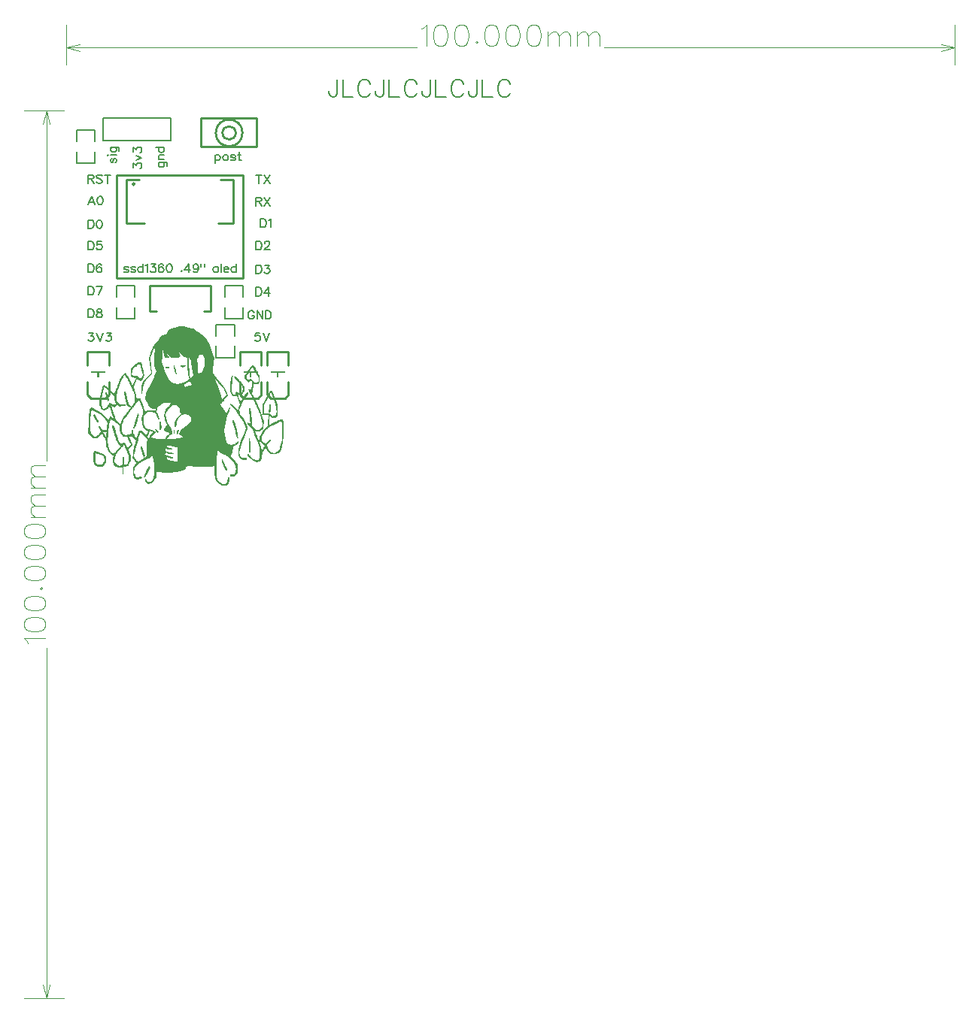
<source format=gto>
G04 Layer: TopSilkLayer*
G04 EasyEDA v6.3.22, 2020-01-19T16:38:24+00:00*
G04 a2d37a9207c24dc198fa5f1151cfaccd,4b468aaabfa54ef3be77053c06c4e1f4,10*
G04 Gerber Generator version 0.2*
G04 Scale: 100 percent, Rotated: No, Reflected: No *
G04 Dimensions in inches *
G04 leading zeros omitted , absolute positions ,2 integer and 4 decimal *
%FSLAX24Y24*%
%MOIN*%
G90*
G70D02*

%ADD10C,0.010000*%
%ADD25C,0.007870*%
%ADD26C,0.007900*%
%ADD27C,0.008000*%
%ADD28C,0.004000*%

%LPD*%

%LPD*%
G36*
G01X7408Y25744D02*
G01X7379Y25755D01*
G01X7380Y25731D01*
G01X7381Y25722D01*
G01X7385Y25705D01*
G01X7391Y25681D01*
G01X7399Y25652D01*
G01X7409Y25618D01*
G01X7420Y25580D01*
G01X7432Y25539D01*
G01X7445Y25496D01*
G01X7463Y25438D01*
G01X7479Y25382D01*
G01X7486Y25356D01*
G01X7492Y25331D01*
G01X7497Y25308D01*
G01X7502Y25287D01*
G01X7506Y25268D01*
G01X7509Y25253D01*
G01X7511Y25240D01*
G01X7511Y25231D01*
G01X7512Y25218D01*
G01X7514Y25201D01*
G01X7518Y25181D01*
G01X7524Y25159D01*
G01X7530Y25135D01*
G01X7537Y25110D01*
G01X7545Y25086D01*
G01X7554Y25061D01*
G01X7596Y24946D01*
G01X7649Y24946D01*
G01X7634Y25039D01*
G01X7628Y25075D01*
G01X7622Y25110D01*
G01X7610Y25178D01*
G01X7604Y25211D01*
G01X7597Y25244D01*
G01X7590Y25276D01*
G01X7584Y25307D01*
G01X7577Y25337D01*
G01X7569Y25367D01*
G01X7562Y25396D01*
G01X7555Y25424D01*
G01X7548Y25450D01*
G01X7540Y25476D01*
G01X7533Y25501D01*
G01X7525Y25525D01*
G01X7518Y25548D01*
G01X7510Y25570D01*
G01X7503Y25591D01*
G01X7495Y25611D01*
G01X7487Y25629D01*
G01X7480Y25646D01*
G01X7472Y25662D01*
G01X7465Y25677D01*
G01X7457Y25690D01*
G01X7450Y25702D01*
G01X7443Y25713D01*
G01X7436Y25722D01*
G01X7428Y25730D01*
G01X7421Y25736D01*
G01X7415Y25741D01*
G01X7408Y25744D01*
G37*

%LPD*%
G36*
G01X8162Y24946D02*
G01X8117Y24946D01*
G01X8117Y24317D01*
G01X8141Y24302D01*
G01X8164Y24286D01*
G01X8178Y24344D01*
G01X8180Y24355D01*
G01X8181Y24369D01*
G01X8182Y24388D01*
G01X8183Y24411D01*
G01X8183Y24529D01*
G01X8182Y24564D01*
G01X8180Y24600D01*
G01X8179Y24637D01*
G01X8177Y24674D01*
G01X8162Y24946D01*
G37*

%LPD*%
G36*
G01X7412Y27702D02*
G01X7357Y27702D01*
G01X7274Y27392D01*
G01X7274Y26998D01*
G01X7374Y26798D01*
G01X7481Y26800D01*
G01X7589Y26803D01*
G01X7702Y26433D01*
G01X7672Y26363D01*
G01X7661Y26331D01*
G01X7652Y26295D01*
G01X7645Y26260D01*
G01X7643Y26231D01*
G01X7643Y26169D01*
G01X7557Y26256D01*
G01X7530Y26284D01*
G01X7504Y26309D01*
G01X7479Y26333D01*
G01X7456Y26354D01*
G01X7434Y26374D01*
G01X7414Y26392D01*
G01X7395Y26407D01*
G01X7377Y26421D01*
G01X7360Y26433D01*
G01X7346Y26443D01*
G01X7320Y26456D01*
G01X7309Y26460D01*
G01X7300Y26462D01*
G01X7292Y26461D01*
G01X7286Y26459D01*
G01X7280Y26455D01*
G01X7277Y26449D01*
G01X7275Y26440D01*
G01X7274Y26430D01*
G01X7274Y26393D01*
G01X7508Y26213D01*
G01X7555Y26132D01*
G01X7574Y26100D01*
G01X7592Y26071D01*
G01X7607Y26049D01*
G01X7616Y26037D01*
G01X7620Y26032D01*
G01X7627Y26022D01*
G01X7637Y26008D01*
G01X7648Y25991D01*
G01X7661Y25971D01*
G01X7675Y25949D01*
G01X7690Y25925D01*
G01X7706Y25901D01*
G01X7721Y25876D01*
G01X7737Y25853D01*
G01X7751Y25832D01*
G01X7765Y25814D01*
G01X7777Y25799D01*
G01X7787Y25788D01*
G01X7795Y25781D01*
G01X7800Y25779D01*
G01X7805Y25774D01*
G01X7814Y25763D01*
G01X7825Y25744D01*
G01X7838Y25719D01*
G01X7870Y25655D01*
G01X7887Y25617D01*
G01X7905Y25576D01*
G01X7992Y25374D01*
G01X7873Y25110D01*
G01X7755Y24845D01*
G01X7643Y24434D01*
G01X7643Y24173D01*
G01X7673Y24102D01*
G01X7702Y24031D01*
G01X7848Y23965D01*
G01X7921Y23974D01*
G01X7995Y23984D01*
G01X8005Y24020D01*
G01X8016Y24056D01*
G01X7942Y24056D01*
G01X7908Y24057D01*
G01X7872Y24061D01*
G01X7837Y24067D01*
G01X7809Y24073D01*
G01X7751Y24090D01*
G01X7693Y24280D01*
G01X7732Y24462D01*
G01X7737Y24484D01*
G01X7747Y24526D01*
G01X7751Y24546D01*
G01X7756Y24566D01*
G01X7761Y24585D01*
G01X7772Y24623D01*
G01X7777Y24642D01*
G01X7789Y24680D01*
G01X7796Y24700D01*
G01X7802Y24719D01*
G01X7809Y24739D01*
G01X7817Y24759D01*
G01X7833Y24801D01*
G01X7842Y24823D01*
G01X7851Y24846D01*
G01X7871Y24894D01*
G01X7882Y24920D01*
G01X7894Y24946D01*
G01X7906Y24974D01*
G01X7919Y25003D01*
G01X7932Y25033D01*
G01X7947Y25065D01*
G01X7962Y25098D01*
G01X8064Y25323D01*
G01X8064Y25389D01*
G01X8062Y25401D01*
G01X8058Y25415D01*
G01X8053Y25432D01*
G01X8047Y25451D01*
G01X8033Y25493D01*
G01X8024Y25517D01*
G01X8014Y25540D01*
G01X7994Y25590D01*
G01X7983Y25614D01*
G01X7901Y25793D01*
G01X7720Y25998D01*
G01X7705Y26102D01*
G01X7689Y26205D01*
G01X7913Y26696D01*
G01X8002Y26809D01*
G01X8035Y26851D01*
G01X8059Y26885D01*
G01X8076Y26910D01*
G01X8085Y26929D01*
G01X8087Y26942D01*
G01X8083Y26950D01*
G01X8072Y26955D01*
G01X8055Y26956D01*
G01X8018Y26956D01*
G01X7934Y26848D01*
G01X7917Y26825D01*
G01X7898Y26799D01*
G01X7880Y26772D01*
G01X7863Y26745D01*
G01X7847Y26718D01*
G01X7832Y26692D01*
G01X7819Y26668D01*
G01X7809Y26647D01*
G01X7801Y26631D01*
G01X7792Y26619D01*
G01X7782Y26610D01*
G01X7772Y26604D01*
G01X7761Y26602D01*
G01X7750Y26602D01*
G01X7739Y26606D01*
G01X7728Y26612D01*
G01X7717Y26622D01*
G01X7706Y26633D01*
G01X7695Y26647D01*
G01X7686Y26663D01*
G01X7677Y26681D01*
G01X7668Y26701D01*
G01X7661Y26722D01*
G01X7655Y26745D01*
G01X7649Y26769D01*
G01X7646Y26794D01*
G01X7643Y26821D01*
G01X7643Y26870D01*
G01X7804Y26870D01*
G01X7933Y27022D01*
G01X7933Y27191D01*
G01X7876Y27282D01*
G01X7867Y27295D01*
G01X7856Y27311D01*
G01X7843Y27329D01*
G01X7828Y27348D01*
G01X7811Y27368D01*
G01X7793Y27390D01*
G01X7774Y27412D01*
G01X7754Y27435D01*
G01X7734Y27457D01*
G01X7713Y27480D01*
G01X7693Y27502D01*
G01X7672Y27523D01*
G01X7524Y27674D01*
G01X7491Y27674D01*
G01X7481Y27673D01*
G01X7473Y27672D01*
G01X7468Y27669D01*
G01X7464Y27665D01*
G01X7463Y27660D01*
G01X7464Y27652D01*
G01X7468Y27643D01*
G01X7475Y27632D01*
G01X7484Y27618D01*
G01X7497Y27601D01*
G01X7513Y27582D01*
G01X7532Y27560D01*
G01X7554Y27535D01*
G01X7580Y27506D01*
G01X7609Y27474D01*
G01X7643Y27438D01*
G01X7827Y27241D01*
G01X7860Y27095D01*
G01X7833Y27029D01*
G01X7805Y26964D01*
G01X7699Y26933D01*
G01X7562Y27011D01*
G01X7532Y26940D01*
G01X7503Y26870D01*
G01X7415Y26870D01*
G01X7381Y26938D01*
G01X7348Y27006D01*
G01X7362Y27261D01*
G01X7366Y27332D01*
G01X7369Y27367D01*
G01X7371Y27402D01*
G01X7374Y27436D01*
G01X7377Y27468D01*
G01X7380Y27499D01*
G01X7383Y27527D01*
G01X7386Y27553D01*
G01X7388Y27575D01*
G01X7391Y27594D01*
G01X7394Y27609D01*
G01X7412Y27702D01*
G37*

%LPD*%
G36*
G01X8299Y28162D02*
G01X8287Y28164D01*
G01X8274Y28162D01*
G01X8261Y28159D01*
G01X8247Y28152D01*
G01X8234Y28144D01*
G01X8220Y28133D01*
G01X8206Y28121D01*
G01X8191Y28105D01*
G01X8176Y28088D01*
G01X8160Y28069D01*
G01X8141Y28043D01*
G01X8123Y28019D01*
G01X8107Y27995D01*
G01X8093Y27973D01*
G01X8081Y27954D01*
G01X8072Y27937D01*
G01X8067Y27924D01*
G01X8065Y27916D01*
G01X8059Y27898D01*
G01X8045Y27874D01*
G01X8024Y27846D01*
G01X7999Y27817D01*
G01X7933Y27750D01*
G01X7933Y27570D01*
G01X8009Y27490D01*
G01X8085Y27411D01*
G01X8171Y27459D01*
G01X8256Y27507D01*
G01X8243Y27301D01*
G01X8229Y27095D01*
G01X8170Y27030D01*
G01X8170Y27099D01*
G01X8087Y27099D01*
G01X8105Y27035D01*
G01X8110Y27020D01*
G01X8117Y27002D01*
G01X8138Y26960D01*
G01X8151Y26937D01*
G01X8179Y26891D01*
G01X8194Y26870D01*
G01X8202Y26858D01*
G01X8211Y26845D01*
G01X8220Y26830D01*
G01X8230Y26813D01*
G01X8241Y26794D01*
G01X8252Y26774D01*
G01X8264Y26753D01*
G01X8276Y26731D01*
G01X8300Y26685D01*
G01X8312Y26661D01*
G01X8325Y26636D01*
G01X8337Y26612D01*
G01X8349Y26587D01*
G01X8360Y26563D01*
G01X8372Y26539D01*
G01X8386Y26508D01*
G01X8401Y26476D01*
G01X8415Y26445D01*
G01X8429Y26416D01*
G01X8442Y26387D01*
G01X8455Y26360D01*
G01X8466Y26335D01*
G01X8477Y26312D01*
G01X8486Y26292D01*
G01X8494Y26275D01*
G01X8500Y26262D01*
G01X8505Y26252D01*
G01X8513Y26235D01*
G01X8521Y26217D01*
G01X8530Y26197D01*
G01X8538Y26176D01*
G01X8556Y26130D01*
G01X8565Y26106D01*
G01X8574Y26081D01*
G01X8584Y26055D01*
G01X8602Y26003D01*
G01X8611Y25976D01*
G01X8620Y25948D01*
G01X8628Y25921D01*
G01X8637Y25894D01*
G01X8645Y25866D01*
G01X8654Y25839D01*
G01X8661Y25813D01*
G01X8669Y25786D01*
G01X8683Y25736D01*
G01X8689Y25711D01*
G01X8701Y25665D01*
G01X8706Y25644D01*
G01X8710Y25624D01*
G01X8714Y25605D01*
G01X8717Y25588D01*
G01X8720Y25572D01*
G01X8722Y25558D01*
G01X8723Y25546D01*
G01X8723Y25460D01*
G01X8659Y25390D01*
G01X8594Y25319D01*
G01X8446Y25319D01*
G01X8347Y25392D01*
G01X8249Y25465D01*
G01X8249Y25645D01*
G01X8248Y25665D01*
G01X8247Y25686D01*
G01X8246Y25709D01*
G01X8244Y25759D01*
G01X8242Y25785D01*
G01X8240Y25812D01*
G01X8237Y25840D01*
G01X8235Y25867D01*
G01X8232Y25895D01*
G01X8230Y25923D01*
G01X8224Y25977D01*
G01X8221Y26003D01*
G01X8217Y26028D01*
G01X8186Y26267D01*
G01X8110Y26267D01*
G01X8128Y26087D01*
G01X8131Y26062D01*
G01X8133Y26034D01*
G01X8139Y25976D01*
G01X8143Y25945D01*
G01X8149Y25885D01*
G01X8152Y25856D01*
G01X8155Y25828D01*
G01X8157Y25801D01*
G01X8160Y25776D01*
G01X8162Y25754D01*
G01X8178Y25600D01*
G01X8121Y25619D01*
G01X8064Y25639D01*
G01X8064Y25560D01*
G01X8167Y25452D01*
G01X8269Y25343D01*
G01X8342Y25137D01*
G01X8352Y25109D01*
G01X8363Y25080D01*
G01X8385Y25024D01*
G01X8397Y24998D01*
G01X8408Y24972D01*
G01X8418Y24948D01*
G01X8429Y24927D01*
G01X8439Y24907D01*
G01X8447Y24890D01*
G01X8456Y24876D01*
G01X8463Y24865D01*
G01X8473Y24848D01*
G01X8484Y24827D01*
G01X8496Y24802D01*
G01X8508Y24773D01*
G01X8519Y24743D01*
G01X8531Y24711D01*
G01X8541Y24679D01*
G01X8550Y24647D01*
G01X8590Y24496D01*
G01X8601Y24059D01*
G01X8566Y24014D01*
G01X8532Y23969D01*
G01X8468Y23969D01*
G01X8451Y23970D01*
G01X8415Y23976D01*
G01X8397Y23982D01*
G01X8379Y23989D01*
G01X8360Y23997D01*
G01X8341Y24007D01*
G01X8323Y24018D01*
G01X8285Y24044D01*
G01X8266Y24060D01*
G01X8248Y24076D01*
G01X8229Y24094D01*
G01X8211Y24113D01*
G01X8192Y24133D01*
G01X8175Y24155D01*
G01X8152Y24182D01*
G01X8133Y24205D01*
G01X8117Y24223D01*
G01X8103Y24237D01*
G01X8092Y24246D01*
G01X8083Y24251D01*
G01X8077Y24251D01*
G01X8072Y24247D01*
G01X8068Y24240D01*
G01X8066Y24228D01*
G01X8066Y24192D01*
G01X8067Y24127D01*
G01X8315Y23921D01*
G01X8465Y23881D01*
G01X8643Y23945D01*
G01X8670Y24050D01*
G01X8680Y24093D01*
G01X8689Y24133D01*
G01X8695Y24163D01*
G01X8697Y24182D01*
G01X8698Y24199D01*
G01X8700Y24218D01*
G01X8704Y24238D01*
G01X8710Y24258D01*
G01X8716Y24279D01*
G01X8724Y24300D01*
G01X8733Y24321D01*
G01X8742Y24341D01*
G01X8752Y24362D01*
G01X8774Y24400D01*
G01X8786Y24418D01*
G01X8797Y24435D01*
G01X8808Y24450D01*
G01X8820Y24463D01*
G01X8831Y24475D01*
G01X8841Y24484D01*
G01X8851Y24491D01*
G01X8860Y24496D01*
G01X8869Y24498D01*
G01X8876Y24497D01*
G01X8883Y24493D01*
G01X8888Y24486D01*
G01X8891Y24475D01*
G01X8907Y24407D01*
G01X9001Y24317D01*
G01X9094Y24228D01*
G01X9332Y24228D01*
G01X9492Y24318D01*
G01X9543Y24444D01*
G01X9594Y24569D01*
G01X9625Y24779D01*
G01X9657Y24989D01*
G01X9653Y25318D01*
G01X9652Y25352D01*
G01X9651Y25385D01*
G01X9651Y25419D01*
G01X9649Y25483D01*
G01X9648Y25513D01*
G01X9646Y25542D01*
G01X9645Y25570D01*
G01X9644Y25596D01*
G01X9642Y25620D01*
G01X9641Y25642D01*
G01X9639Y25661D01*
G01X9638Y25678D01*
G01X9636Y25693D01*
G01X9635Y25704D01*
G01X9633Y25713D01*
G01X9618Y25779D01*
G01X9570Y25779D01*
G01X9560Y25778D01*
G01X9547Y25775D01*
G01X9532Y25771D01*
G01X9514Y25766D01*
G01X9493Y25759D01*
G01X9471Y25751D01*
G01X9447Y25742D01*
G01X9422Y25732D01*
G01X9395Y25721D01*
G01X9368Y25709D01*
G01X9340Y25697D01*
G01X9312Y25684D01*
G01X9283Y25671D01*
G01X9255Y25658D01*
G01X9228Y25644D01*
G01X9201Y25631D01*
G01X9175Y25617D01*
G01X9151Y25604D01*
G01X9128Y25591D01*
G01X9107Y25578D01*
G01X9013Y25521D01*
G01X9013Y25657D01*
G01X9016Y25744D01*
G01X9018Y25772D01*
G01X9021Y25798D01*
G01X9023Y25821D01*
G01X9026Y25841D01*
G01X9030Y25857D01*
G01X9045Y25921D01*
G01X9156Y25836D01*
G01X9293Y25836D01*
G01X9395Y25918D01*
G01X9395Y26453D01*
G01X9332Y26597D01*
G01X9323Y26618D01*
G01X9313Y26640D01*
G01X9303Y26664D01*
G01X9292Y26690D01*
G01X9281Y26715D01*
G01X9258Y26768D01*
G01X9247Y26794D01*
G01X9237Y26820D01*
G01X9227Y26844D01*
G01X9217Y26867D01*
G01X9208Y26889D01*
G01X9196Y26919D01*
G01X9183Y26947D01*
G01X9170Y26974D01*
G01X9158Y26998D01*
G01X9147Y27018D01*
G01X9138Y27035D01*
G01X9130Y27047D01*
G01X9124Y27053D01*
G01X9100Y27069D01*
G01X8991Y26905D01*
G01X8961Y26859D01*
G01X8945Y26835D01*
G01X8915Y26789D01*
G01X8887Y26747D01*
G01X8874Y26727D01*
G01X8863Y26710D01*
G01X8852Y26694D01*
G01X8843Y26680D01*
G01X8836Y26669D01*
G01X8826Y26652D01*
G01X8815Y26633D01*
G01X8804Y26611D01*
G01X8782Y26565D01*
G01X8772Y26541D01*
G01X8763Y26518D01*
G01X8755Y26496D01*
G01X8721Y26396D01*
G01X8716Y26224D01*
G01X8711Y26051D01*
G01X8732Y26015D01*
G01X8753Y25980D01*
G01X8984Y25980D01*
G01X8971Y25829D01*
G01X8968Y25797D01*
G01X8959Y25695D01*
G01X8956Y25662D01*
G01X8953Y25632D01*
G01X8950Y25606D01*
G01X8948Y25584D01*
G01X8937Y25490D01*
G01X8703Y25236D01*
G01X8647Y25118D01*
G01X8591Y25001D01*
G01X8591Y24824D01*
G01X8697Y24709D01*
G01X8803Y24593D01*
G01X8763Y24526D01*
G01X8748Y24497D01*
G01X8735Y24466D01*
G01X8726Y24438D01*
G01X8723Y24416D01*
G01X8723Y24371D01*
G01X8671Y24371D01*
G01X8671Y24439D01*
G01X8670Y24453D01*
G01X8668Y24470D01*
G01X8665Y24489D01*
G01X8660Y24511D01*
G01X8655Y24535D01*
G01X8649Y24560D01*
G01X8642Y24586D01*
G01X8635Y24614D01*
G01X8626Y24642D01*
G01X8618Y24671D01*
G01X8609Y24700D01*
G01X8599Y24728D01*
G01X8590Y24756D01*
G01X8580Y24783D01*
G01X8570Y24809D01*
G01X8561Y24833D01*
G01X8551Y24855D01*
G01X8542Y24875D01*
G01X8533Y24893D01*
G01X8525Y24907D01*
G01X8510Y24936D01*
G01X8498Y24966D01*
G01X8489Y24994D01*
G01X8486Y25017D01*
G01X8484Y25034D01*
G01X8480Y25048D01*
G01X8473Y25057D01*
G01X8464Y25061D01*
G01X8453Y25069D01*
G01X8440Y25090D01*
G01X8427Y25122D01*
G01X8414Y25161D01*
G01X8386Y25261D01*
G01X8482Y25245D01*
G01X8578Y25228D01*
G01X8671Y25296D01*
G01X8763Y25364D01*
G01X8779Y25726D01*
G01X8755Y25759D01*
G01X8750Y25769D01*
G01X8743Y25784D01*
G01X8736Y25803D01*
G01X8728Y25825D01*
G01X8721Y25851D01*
G01X8713Y25878D01*
G01X8705Y25907D01*
G01X8698Y25936D01*
G01X8664Y26080D01*
G01X8494Y26459D01*
G01X8466Y26521D01*
G01X8452Y26551D01*
G01X8438Y26580D01*
G01X8425Y26609D01*
G01X8399Y26663D01*
G01X8374Y26713D01*
G01X8363Y26736D01*
G01X8342Y26778D01*
G01X8332Y26796D01*
G01X8323Y26813D01*
G01X8315Y26828D01*
G01X8308Y26840D01*
G01X8302Y26851D01*
G01X8292Y26866D01*
G01X8288Y26870D01*
G01X8253Y26901D01*
G01X8277Y26993D01*
G01X8282Y27014D01*
G01X8287Y27038D01*
G01X8291Y27065D01*
G01X8295Y27094D01*
G01X8297Y27123D01*
G01X8300Y27152D01*
G01X8301Y27180D01*
G01X8302Y27207D01*
G01X8302Y27329D01*
G01X8504Y27329D01*
G01X8548Y27382D01*
G01X8591Y27434D01*
G01X8591Y27726D01*
G01X8570Y27736D01*
G01X8565Y27741D01*
G01X8558Y27750D01*
G01X8549Y27764D01*
G01X8539Y27781D01*
G01X8528Y27802D01*
G01X8517Y27825D01*
G01X8493Y27877D01*
G01X8477Y27915D01*
G01X8461Y27951D01*
G01X8446Y27983D01*
G01X8431Y28012D01*
G01X8416Y28039D01*
G01X8403Y28063D01*
G01X8389Y28085D01*
G01X8376Y28104D01*
G01X8363Y28120D01*
G01X8350Y28133D01*
G01X8337Y28144D01*
G01X8324Y28153D01*
G01X8312Y28159D01*
G01X8299Y28162D01*
G37*

%LPC*%
G36*
G01X9538Y25681D02*
G01X9527Y25681D01*
G01X9514Y25678D01*
G01X9499Y25674D01*
G01X9481Y25667D01*
G01X9460Y25658D01*
G01X9436Y25647D01*
G01X9409Y25634D01*
G01X9377Y25619D01*
G01X9342Y25602D01*
G01X9303Y25583D01*
G01X9269Y25567D01*
G01X9236Y25551D01*
G01X9205Y25535D01*
G01X9175Y25520D01*
G01X9147Y25505D01*
G01X9120Y25490D01*
G01X9094Y25476D01*
G01X9070Y25462D01*
G01X9024Y25434D01*
G01X9003Y25421D01*
G01X8983Y25407D01*
G01X8964Y25393D01*
G01X8946Y25380D01*
G01X8912Y25352D01*
G01X8897Y25338D01*
G01X8882Y25323D01*
G01X8867Y25309D01*
G01X8853Y25293D01*
G01X8840Y25278D01*
G01X8827Y25262D01*
G01X8815Y25246D01*
G01X8791Y25212D01*
G01X8780Y25193D01*
G01X8769Y25175D01*
G01X8747Y25135D01*
G01X8736Y25114D01*
G01X8725Y25092D01*
G01X8714Y25069D01*
G01X8671Y24977D01*
G01X8671Y24841D01*
G01X8730Y24781D01*
G01X8756Y24757D01*
G01X8783Y24736D01*
G01X8809Y24721D01*
G01X8829Y24713D01*
G01X8868Y24704D01*
G01X8958Y24798D01*
G01X9048Y24891D01*
G01X9074Y24862D01*
G01X9101Y24832D01*
G01X8910Y24630D01*
G01X8946Y24538D01*
G01X8954Y24518D01*
G01X8964Y24497D01*
G01X8975Y24476D01*
G01X8987Y24454D01*
G01X9000Y24433D01*
G01X9013Y24414D01*
G01X9026Y24397D01*
G01X9038Y24382D01*
G01X9094Y24318D01*
G01X9167Y24301D01*
G01X9239Y24283D01*
G01X9332Y24325D01*
G01X9424Y24367D01*
G01X9454Y24434D01*
G01X9461Y24451D01*
G01X9469Y24473D01*
G01X9478Y24500D01*
G01X9488Y24531D01*
G01X9498Y24564D01*
G01X9518Y24634D01*
G01X9527Y24669D01*
G01X9570Y24838D01*
G01X9600Y25424D01*
G01X9582Y25558D01*
G01X9579Y25581D01*
G01X9576Y25601D01*
G01X9573Y25619D01*
G01X9571Y25635D01*
G01X9568Y25648D01*
G01X9564Y25659D01*
G01X9559Y25668D01*
G01X9554Y25675D01*
G01X9547Y25679D01*
G01X9538Y25681D01*
G37*
G36*
G01X8282Y28068D02*
G01X8257Y28078D01*
G01X8154Y27912D01*
G01X8133Y27878D01*
G01X8113Y27846D01*
G01X8093Y27817D01*
G01X8076Y27791D01*
G01X8060Y27770D01*
G01X8047Y27753D01*
G01X8038Y27741D01*
G01X8032Y27736D01*
G01X8024Y27727D01*
G01X8018Y27710D01*
G01X8013Y27687D01*
G01X8012Y27660D01*
G01X8012Y27595D01*
G01X8091Y27523D01*
G01X8207Y27557D01*
G01X8377Y27415D01*
G01X8426Y27415D01*
G01X8448Y27418D01*
G01X8470Y27425D01*
G01X8491Y27436D01*
G01X8507Y27450D01*
G01X8539Y27484D01*
G01X8537Y27602D01*
G01X8422Y27831D01*
G01X8407Y27862D01*
G01X8391Y27892D01*
G01X8376Y27920D01*
G01X8361Y27947D01*
G01X8347Y27972D01*
G01X8334Y27995D01*
G01X8322Y28015D01*
G01X8311Y28032D01*
G01X8301Y28047D01*
G01X8293Y28058D01*
G01X8287Y28065D01*
G01X8282Y28068D01*
G37*
G36*
G01X9127Y26898D02*
G01X9100Y26970D01*
G01X9054Y26872D01*
G01X9044Y26852D01*
G01X9032Y26830D01*
G01X9008Y26788D01*
G01X8995Y26768D01*
G01X8983Y26750D01*
G01X8972Y26734D01*
G01X8962Y26722D01*
G01X8952Y26708D01*
G01X8926Y26669D01*
G01X8912Y26644D01*
G01X8897Y26618D01*
G01X8882Y26590D01*
G01X8867Y26561D01*
G01X8854Y26532D01*
G01X8790Y26396D01*
G01X8790Y26224D01*
G01X8789Y26051D01*
G01X8971Y26051D01*
G01X8989Y26123D01*
G01X8993Y26140D01*
G01X8997Y26161D01*
G01X9000Y26184D01*
G01X9006Y26236D01*
G01X9008Y26264D01*
G01X9010Y26291D01*
G01X9010Y26317D01*
G01X9013Y26439D01*
G01X9099Y26439D01*
G01X9074Y26118D01*
G01X9044Y26097D01*
G01X9013Y26077D01*
G01X9165Y25917D01*
G01X9227Y25927D01*
G01X9288Y25936D01*
G01X9327Y26013D01*
G01X9366Y26089D01*
G01X9331Y26285D01*
G01X9296Y26482D01*
G01X9225Y26654D01*
G01X9215Y26678D01*
G01X9205Y26703D01*
G01X9186Y26751D01*
G01X9176Y26774D01*
G01X9167Y26797D01*
G01X9159Y26819D01*
G01X9151Y26839D01*
G01X9143Y26857D01*
G01X9137Y26873D01*
G01X9132Y26887D01*
G01X9127Y26898D01*
G37*

%LPD*%
G36*
G01X1300Y24367D02*
G01X1287Y24367D01*
G01X1276Y24364D01*
G01X1266Y24359D01*
G01X1258Y24351D01*
G01X1249Y24341D01*
G01X1240Y24328D01*
G01X1207Y24285D01*
G01X1220Y24091D01*
G01X1234Y23898D01*
G01X1266Y23822D01*
G01X1299Y23746D01*
G01X1427Y23682D01*
G01X1625Y23682D01*
G01X1709Y23777D01*
G01X1794Y23872D01*
G01X1794Y24132D01*
G01X1734Y24190D01*
G01X1675Y24249D01*
G01X1493Y24310D01*
G01X1443Y24327D01*
G01X1401Y24341D01*
G01X1367Y24352D01*
G01X1340Y24359D01*
G01X1318Y24365D01*
G01X1300Y24367D01*
G37*

%LPC*%
G36*
G01X1405Y24244D02*
G01X1303Y24262D01*
G01X1314Y24066D01*
G01X1325Y23869D01*
G01X1366Y23819D01*
G01X1406Y23768D01*
G01X1605Y23768D01*
G01X1661Y23846D01*
G01X1717Y23923D01*
G01X1701Y24127D01*
G01X1604Y24177D01*
G01X1583Y24187D01*
G01X1558Y24198D01*
G01X1532Y24208D01*
G01X1506Y24217D01*
G01X1479Y24226D01*
G01X1452Y24234D01*
G01X1428Y24240D01*
G01X1405Y24244D01*
G37*

%LPD*%
G36*
G01X6943Y23992D02*
G01X6931Y23998D01*
G01X6921Y23996D01*
G01X6913Y23992D01*
G01X6907Y23984D01*
G01X6905Y23976D01*
G01X6906Y23964D01*
G01X6909Y23948D01*
G01X6914Y23928D01*
G01X6921Y23905D01*
G01X6929Y23879D01*
G01X6938Y23851D01*
G01X6948Y23822D01*
G01X6959Y23791D01*
G01X6971Y23761D01*
G01X6982Y23731D01*
G01X6994Y23702D01*
G01X7006Y23674D01*
G01X7017Y23648D01*
G01X7028Y23625D01*
G01X7038Y23605D01*
G01X7047Y23589D01*
G01X7096Y23510D01*
G01X7132Y23510D01*
G01X7149Y23512D01*
G01X7160Y23517D01*
G01X7166Y23527D01*
G01X7165Y23542D01*
G01X7159Y23563D01*
G01X7146Y23590D01*
G01X7128Y23624D01*
G01X7103Y23665D01*
G01X7077Y23709D01*
G01X7066Y23729D01*
G01X7056Y23748D01*
G01X7048Y23766D01*
G01X7042Y23780D01*
G01X7038Y23792D01*
G01X7037Y23800D01*
G01X7033Y23823D01*
G01X7024Y23852D01*
G01X7010Y23885D01*
G01X6994Y23918D01*
G01X6976Y23949D01*
G01X6959Y23974D01*
G01X6943Y23992D01*
G37*

%LPD*%
G36*
G01X3695Y23711D02*
G01X3671Y23711D01*
G01X3562Y23482D01*
G01X3547Y23450D01*
G01X3533Y23420D01*
G01X3520Y23390D01*
G01X3507Y23362D01*
G01X3496Y23336D01*
G01X3485Y23311D01*
G01X3476Y23289D01*
G01X3468Y23269D01*
G01X3462Y23253D01*
G01X3457Y23239D01*
G01X3454Y23229D01*
G01X3453Y23223D01*
G01X3453Y23194D01*
G01X3529Y23194D01*
G01X3613Y23374D01*
G01X3647Y23446D01*
G01X3664Y23480D01*
G01X3679Y23511D01*
G01X3693Y23538D01*
G01X3706Y23561D01*
G01X3715Y23578D01*
G01X3723Y23589D01*
G01X3749Y23624D01*
G01X3734Y23668D01*
G01X3726Y23684D01*
G01X3716Y23698D01*
G01X3705Y23708D01*
G01X3695Y23711D01*
G37*

%LPD*%
G36*
G01X5154Y29907D02*
G01X5115Y29907D01*
G01X5075Y29903D01*
G01X5054Y29900D01*
G01X5032Y29897D01*
G01X5008Y29893D01*
G01X4984Y29888D01*
G01X4957Y29882D01*
G01X4940Y29878D01*
G01X4922Y29874D01*
G01X4902Y29869D01*
G01X4881Y29863D01*
G01X4837Y29851D01*
G01X4815Y29844D01*
G01X4793Y29838D01*
G01X4771Y29831D01*
G01X4731Y29817D01*
G01X4712Y29811D01*
G01X4584Y29764D01*
G01X4521Y29656D01*
G01X4459Y29548D01*
G01X4251Y29512D01*
G01X4176Y29404D01*
G01X4165Y29388D01*
G01X4152Y29371D01*
G01X4138Y29353D01*
G01X4124Y29333D01*
G01X4108Y29313D01*
G01X4060Y29250D01*
G01X4043Y29230D01*
G01X4027Y29210D01*
G01X3997Y29174D01*
G01X3963Y29134D01*
G01X3933Y29096D01*
G01X3919Y29077D01*
G01X3906Y29059D01*
G01X3894Y29042D01*
G01X3882Y29024D01*
G01X3860Y28988D01*
G01X3840Y28952D01*
G01X3822Y28914D01*
G01X3813Y28894D01*
G01X3805Y28874D01*
G01X3797Y28853D01*
G01X3781Y28807D01*
G01X3773Y28783D01*
G01X3765Y28758D01*
G01X3756Y28731D01*
G01X3748Y28703D01*
G01X3740Y28673D01*
G01X3682Y28464D01*
G01X3777Y27838D01*
G01X3617Y27677D01*
G01X3457Y27515D01*
G01X3349Y27257D01*
G01X3349Y27078D01*
G01X3348Y26898D01*
G01X3401Y26898D01*
G01X3401Y27049D01*
G01X3402Y27074D01*
G01X3404Y27100D01*
G01X3407Y27125D01*
G01X3410Y27151D01*
G01X3415Y27176D01*
G01X3420Y27202D01*
G01X3425Y27227D01*
G01X3432Y27253D01*
G01X3439Y27278D01*
G01X3447Y27303D01*
G01X3456Y27329D01*
G01X3476Y27379D01*
G01X3487Y27404D01*
G01X3499Y27430D01*
G01X3541Y27516D01*
G01X3687Y27661D01*
G01X3832Y27807D01*
G01X3797Y28137D01*
G01X3762Y28468D01*
G01X3796Y28623D01*
G01X3803Y28652D01*
G01X3819Y28710D01*
G01X3828Y28740D01*
G01X3838Y28769D01*
G01X3848Y28797D01*
G01X3859Y28825D01*
G01X3870Y28852D01*
G01X3881Y28877D01*
G01X3893Y28902D01*
G01X3904Y28925D01*
G01X3916Y28946D01*
G01X3927Y28965D01*
G01X3939Y28982D01*
G01X3950Y28997D01*
G01X3960Y29009D01*
G01X3988Y29038D01*
G01X3943Y28923D01*
G01X3933Y28523D01*
G01X3924Y28124D01*
G01X4012Y27911D01*
G01X3933Y27706D01*
G01X3926Y27689D01*
G01X3910Y27651D01*
G01X3892Y27609D01*
G01X3872Y27565D01*
G01X3861Y27543D01*
G01X3850Y27520D01*
G01X3839Y27496D01*
G01X3827Y27473D01*
G01X3816Y27450D01*
G01X3792Y27404D01*
G01X3780Y27382D01*
G01X3769Y27360D01*
G01X3757Y27338D01*
G01X3735Y27298D01*
G01X3724Y27279D01*
G01X3706Y27249D01*
G01X3690Y27220D01*
G01X3674Y27192D01*
G01X3646Y27140D01*
G01X3633Y27115D01*
G01X3611Y27069D01*
G01X3600Y27047D01*
G01X3591Y27025D01*
G01X3582Y27004D01*
G01X3574Y26984D01*
G01X3567Y26965D01*
G01X3555Y26927D01*
G01X3550Y26909D01*
G01X3546Y26891D01*
G01X3542Y26874D01*
G01X3539Y26857D01*
G01X3535Y26823D01*
G01X3533Y26789D01*
G01X3533Y26684D01*
G01X3615Y26503D01*
G01X3698Y26321D01*
G01X3772Y26280D01*
G01X3846Y26238D01*
G01X3985Y26238D01*
G01X3975Y26204D01*
G01X3964Y26171D01*
G01X3773Y26178D01*
G01X3582Y26184D01*
G01X3511Y26120D01*
G01X3480Y26229D01*
G01X3474Y26253D01*
G01X3467Y26276D01*
G01X3460Y26300D01*
G01X3452Y26323D01*
G01X3445Y26345D01*
G01X3439Y26365D01*
G01X3433Y26382D01*
G01X3428Y26396D01*
G01X3415Y26429D01*
G01X3403Y26461D01*
G01X3391Y26491D01*
G01X3380Y26519D01*
G01X3370Y26545D01*
G01X3360Y26570D01*
G01X3350Y26593D01*
G01X3341Y26614D01*
G01X3333Y26633D01*
G01X3325Y26650D01*
G01X3318Y26666D01*
G01X3305Y26692D01*
G01X3299Y26703D01*
G01X3294Y26711D01*
G01X3264Y26753D01*
G01X3203Y26709D01*
G01X3141Y26665D01*
G01X3123Y26803D01*
G01X3118Y26832D01*
G01X3113Y26863D01*
G01X3106Y26894D01*
G01X3099Y26924D01*
G01X3091Y26952D01*
G01X3083Y26978D01*
G01X3076Y27001D01*
G01X3068Y27019D01*
G01X3061Y27036D01*
G01X3054Y27055D01*
G01X3048Y27074D01*
G01X3042Y27094D01*
G01X3038Y27114D01*
G01X3035Y27133D01*
G01X3033Y27151D01*
G01X3032Y27166D01*
G01X3032Y27236D01*
G01X3164Y27560D01*
G01X3243Y27516D01*
G01X3322Y27471D01*
G01X3425Y27531D01*
G01X3453Y27642D01*
G01X3480Y27752D01*
G01X3465Y27849D01*
G01X3461Y27870D01*
G01X3457Y27892D01*
G01X3452Y27913D01*
G01X3447Y27935D01*
G01X3442Y27955D01*
G01X3437Y27974D01*
G01X3433Y27990D01*
G01X3423Y28018D01*
G01X3418Y28035D01*
G01X3412Y28056D01*
G01X3406Y28078D01*
G01X3400Y28102D01*
G01X3395Y28127D01*
G01X3389Y28152D01*
G01X3384Y28176D01*
G01X3361Y28291D01*
G01X3218Y28309D01*
G01X3063Y28194D01*
G01X2907Y28078D01*
G01X2890Y28032D01*
G01X2887Y28019D01*
G01X2884Y28002D01*
G01X2881Y27980D01*
G01X2879Y27954D01*
G01X2877Y27926D01*
G01X2875Y27896D01*
G01X2874Y27865D01*
G01X2874Y27683D01*
G01X2941Y27650D01*
G01X2971Y27637D01*
G01X3003Y27626D01*
G01X3034Y27619D01*
G01X3058Y27616D01*
G01X3109Y27616D01*
G01X3047Y27480D01*
G01X3035Y27452D01*
G01X3022Y27424D01*
G01X3011Y27396D01*
G01X3000Y27371D01*
G01X2990Y27348D01*
G01X2982Y27328D01*
G01X2976Y27312D01*
G01X2972Y27300D01*
G01X2959Y27257D01*
G01X2940Y27315D01*
G01X2932Y27337D01*
G01X2923Y27360D01*
G01X2915Y27382D01*
G01X2906Y27405D01*
G01X2888Y27449D01*
G01X2858Y27512D01*
G01X2847Y27533D01*
G01X2837Y27553D01*
G01X2826Y27573D01*
G01X2804Y27611D01*
G01X2792Y27630D01*
G01X2781Y27648D01*
G01X2769Y27665D01*
G01X2758Y27682D01*
G01X2746Y27698D01*
G01X2734Y27713D01*
G01X2647Y27825D01*
G01X2591Y27805D01*
G01X2535Y27786D01*
G01X2457Y27651D01*
G01X2449Y27638D01*
G01X2442Y27624D01*
G01X2434Y27610D01*
G01X2401Y27544D01*
G01X2393Y27526D01*
G01X2384Y27507D01*
G01X2375Y27487D01*
G01X2357Y27445D01*
G01X2339Y27399D01*
G01X2329Y27376D01*
G01X2319Y27351D01*
G01X2299Y27299D01*
G01X2289Y27272D01*
G01X2278Y27244D01*
G01X2268Y27215D01*
G01X2257Y27186D01*
G01X2246Y27155D01*
G01X2234Y27124D01*
G01X2223Y27092D01*
G01X2211Y27059D01*
G01X2200Y27025D01*
G01X2188Y26991D01*
G01X2155Y26896D01*
G01X2018Y27044D01*
G01X1999Y27064D01*
G01X1979Y27085D01*
G01X1958Y27106D01*
G01X1936Y27126D01*
G01X1915Y27146D01*
G01X1893Y27166D01*
G01X1872Y27184D01*
G01X1852Y27201D01*
G01X1833Y27216D01*
G01X1815Y27230D01*
G01X1799Y27242D01*
G01X1785Y27252D01*
G01X1688Y27312D01*
G01X1660Y27281D01*
G01X1656Y27275D01*
G01X1651Y27266D01*
G01X1645Y27254D01*
G01X1639Y27239D01*
G01X1633Y27222D01*
G01X1627Y27203D01*
G01X1620Y27181D01*
G01X1613Y27158D01*
G01X1606Y27133D01*
G01X1598Y27106D01*
G01X1591Y27078D01*
G01X1583Y27049D01*
G01X1576Y27018D01*
G01X1568Y26987D01*
G01X1554Y26923D01*
G01X1546Y26891D01*
G01X1539Y26858D01*
G01X1533Y26826D01*
G01X1526Y26794D01*
G01X1520Y26762D01*
G01X1514Y26731D01*
G01X1509Y26700D01*
G01X1504Y26671D01*
G01X1500Y26643D01*
G01X1496Y26617D01*
G01X1493Y26591D01*
G01X1490Y26568D01*
G01X1473Y26396D01*
G01X1535Y26295D01*
G01X1598Y26195D01*
G01X1722Y26175D01*
G01X1791Y26213D01*
G01X1821Y26230D01*
G01X1851Y26250D01*
G01X1879Y26269D01*
G01X1901Y26287D01*
G01X1942Y26323D01*
G01X1984Y26216D01*
G01X1993Y26193D01*
G01X2003Y26167D01*
G01X2023Y26109D01*
G01X2033Y26078D01*
G01X2044Y26046D01*
G01X2054Y26014D01*
G01X2064Y25983D01*
G01X2073Y25953D01*
G01X2082Y25925D01*
G01X2090Y25898D01*
G01X2096Y25874D01*
G01X2102Y25854D01*
G01X2106Y25837D01*
G01X2109Y25824D01*
G01X2110Y25816D01*
G01X2104Y25814D01*
G01X2090Y25822D01*
G01X2069Y25840D01*
G01X2044Y25865D01*
G01X1978Y25932D01*
G01X1939Y25877D01*
G01X1924Y25853D01*
G01X1912Y25827D01*
G01X1903Y25804D01*
G01X1900Y25786D01*
G01X1899Y25773D01*
G01X1897Y25764D01*
G01X1895Y25757D01*
G01X1890Y25755D01*
G01X1883Y25756D01*
G01X1874Y25762D01*
G01X1862Y25772D01*
G01X1846Y25787D01*
G01X1827Y25807D01*
G01X1804Y25832D01*
G01X1777Y25863D01*
G01X1744Y25901D01*
G01X1613Y26051D01*
G01X1166Y26300D01*
G01X1062Y26240D01*
G01X1045Y26160D01*
G01X1044Y26152D01*
G01X1042Y26141D01*
G01X1041Y26127D01*
G01X1039Y26111D01*
G01X1037Y26093D01*
G01X1035Y26072D01*
G01X1034Y26050D01*
G01X1032Y26025D01*
G01X1030Y25998D01*
G01X1028Y25970D01*
G01X1026Y25940D01*
G01X1025Y25909D01*
G01X1023Y25877D01*
G01X1019Y25809D01*
G01X1018Y25773D01*
G01X1016Y25737D01*
G01X1015Y25700D01*
G01X1013Y25663D01*
G01X1012Y25626D01*
G01X995Y25172D01*
G01X1097Y25059D01*
G01X1198Y24946D01*
G01X1402Y24946D01*
G01X1498Y25044D01*
G01X1594Y25143D01*
G01X1613Y25130D01*
G01X1618Y25124D01*
G01X1627Y25112D01*
G01X1637Y25095D01*
G01X1650Y25073D01*
G01X1664Y25047D01*
G01X1680Y25019D01*
G01X1696Y24987D01*
G01X1713Y24954D01*
G01X1794Y24792D01*
G01X1794Y24579D01*
G01X1835Y24468D01*
G01X1877Y24357D01*
G01X2041Y24170D01*
G01X2115Y24170D01*
G01X2097Y24030D01*
G01X2079Y23889D01*
G01X2123Y23798D01*
G01X2166Y23707D01*
G01X2259Y23664D01*
G01X2352Y23622D01*
G01X2429Y23640D01*
G01X2505Y23658D01*
G01X2505Y23338D01*
G01X2558Y23338D01*
G01X2558Y23682D01*
G01X2625Y23682D01*
G01X2655Y23685D01*
G01X2688Y23691D01*
G01X2719Y23700D01*
G01X2744Y23712D01*
G01X2795Y23742D01*
G01X2795Y23780D01*
G01X2798Y23798D01*
G01X2806Y23818D01*
G01X2819Y23838D01*
G01X2834Y23855D01*
G01X2874Y23890D01*
G01X2872Y24038D01*
G01X2871Y24185D01*
G01X2825Y24309D01*
G01X2778Y24434D01*
G01X2867Y24531D01*
G01X2957Y24628D01*
G01X2940Y24694D01*
G01X2922Y24752D01*
G01X2912Y24781D01*
G01X2901Y24810D01*
G01X2890Y24837D01*
G01X2878Y24863D01*
G01X2866Y24888D01*
G01X2855Y24910D01*
G01X2844Y24929D01*
G01X2833Y24945D01*
G01X2823Y24957D01*
G01X2815Y24964D01*
G01X2784Y24985D01*
G01X2934Y25052D01*
G01X3118Y24829D01*
G01X3077Y24722D01*
G01X3068Y24697D01*
G01X3050Y24645D01*
G01X3026Y24564D01*
G01X3012Y24508D01*
G01X3006Y24481D01*
G01X3000Y24453D01*
G01X2994Y24426D01*
G01X2989Y24398D01*
G01X2984Y24371D01*
G01X2980Y24345D01*
G01X2977Y24318D01*
G01X2974Y24293D01*
G01X2970Y24243D01*
G01X2968Y24220D01*
G01X2968Y24197D01*
G01X2966Y24062D01*
G01X3048Y23950D01*
G01X3130Y23839D01*
G01X2979Y23641D01*
G01X2980Y23295D01*
G01X3046Y23151D01*
G01X3230Y23103D01*
G01X3378Y23165D01*
G01X3346Y23221D01*
G01X3116Y23187D01*
G01X3071Y23292D01*
G01X3025Y23397D01*
G01X3056Y23606D01*
G01X3130Y23705D01*
G01X3203Y23804D01*
G01X3396Y23915D01*
G01X3423Y23930D01*
G01X3449Y23945D01*
G01X3474Y23959D01*
G01X3499Y23971D01*
G01X3522Y23983D01*
G01X3564Y24004D01*
G01X3582Y24012D01*
G01X3598Y24018D01*
G01X3611Y24023D01*
G01X3621Y24026D01*
G01X3628Y24027D01*
G01X3649Y24032D01*
G01X3678Y24045D01*
G01X3711Y24065D01*
G01X3745Y24090D01*
G01X3823Y24153D01*
G01X3845Y24126D01*
G01X3849Y24119D01*
G01X3854Y24109D01*
G01X3858Y24096D01*
G01X3863Y24080D01*
G01X3867Y24062D01*
G01X3872Y24041D01*
G01X3877Y24018D01*
G01X3881Y23993D01*
G01X3886Y23966D01*
G01X3890Y23938D01*
G01X3895Y23909D01*
G01X3903Y23847D01*
G01X3907Y23814D01*
G01X3910Y23782D01*
G01X3914Y23749D01*
G01X3917Y23716D01*
G01X3919Y23684D01*
G01X3922Y23651D01*
G01X3924Y23620D01*
G01X3925Y23589D01*
G01X3927Y23531D01*
G01X3927Y23323D01*
G01X3893Y23198D01*
G01X3858Y23072D01*
G01X3794Y23034D01*
G01X3766Y23019D01*
G01X3736Y23006D01*
G01X3707Y22998D01*
G01X3685Y22994D01*
G01X3639Y22993D01*
G01X3596Y23065D01*
G01X3577Y23093D01*
G01X3558Y23116D01*
G01X3541Y23131D01*
G01X3528Y23137D01*
G01X3503Y23137D01*
G01X3519Y23013D01*
G01X3587Y22958D01*
G01X3656Y22903D01*
G01X3745Y22928D01*
G01X3835Y22954D01*
G01X3921Y23076D01*
G01X4007Y23199D01*
G01X4007Y23459D01*
G01X4092Y23443D01*
G01X4106Y23441D01*
G01X4123Y23438D01*
G01X4143Y23435D01*
G01X4166Y23432D01*
G01X4192Y23429D01*
G01X4219Y23426D01*
G01X4248Y23423D01*
G01X4278Y23420D01*
G01X4309Y23417D01*
G01X4341Y23414D01*
G01X4372Y23411D01*
G01X4404Y23408D01*
G01X4629Y23389D01*
G01X4838Y23425D01*
G01X4860Y23429D01*
G01X4883Y23433D01*
G01X4931Y23443D01*
G01X4955Y23449D01*
G01X5003Y23460D01*
G01X5027Y23467D01*
G01X5073Y23479D01*
G01X5095Y23486D01*
G01X5116Y23492D01*
G01X5154Y23504D01*
G01X5171Y23510D01*
G01X5186Y23516D01*
G01X5324Y23572D01*
G01X5324Y23674D01*
G01X5457Y23691D01*
G01X5590Y23709D01*
G01X5656Y23681D01*
G01X5723Y23654D01*
G01X6031Y23655D01*
G01X6063Y23656D01*
G01X6095Y23656D01*
G01X6128Y23657D01*
G01X6192Y23659D01*
G01X6254Y23661D01*
G01X6284Y23663D01*
G01X6312Y23665D01*
G01X6340Y23666D01*
G01X6365Y23668D01*
G01X6389Y23670D01*
G01X6410Y23672D01*
G01X6429Y23674D01*
G01X6446Y23677D01*
G01X6460Y23679D01*
G01X6582Y23701D01*
G01X6599Y23419D01*
G01X6616Y23138D01*
G01X6716Y22958D01*
G01X6817Y22891D01*
G01X6918Y22823D01*
G01X7013Y22822D01*
G01X7107Y22821D01*
G01X7219Y22951D01*
G01X7237Y23072D01*
G01X7254Y23194D01*
G01X7169Y23194D01*
G01X7167Y23008D01*
G01X7132Y22957D01*
G01X7097Y22907D01*
G01X6959Y22907D01*
G01X6856Y22966D01*
G01X6752Y23025D01*
G01X6681Y23209D01*
G01X6684Y23640D01*
G01X6684Y23670D01*
G01X6685Y23700D01*
G01X6685Y23761D01*
G01X6687Y23821D01*
G01X6687Y23851D01*
G01X6688Y23881D01*
G01X6690Y23939D01*
G01X6691Y23967D01*
G01X6693Y24021D01*
G01X6694Y24047D01*
G01X6695Y24072D01*
G01X6697Y24118D01*
G01X6698Y24140D01*
G01X6700Y24160D01*
G01X6701Y24179D01*
G01X6702Y24196D01*
G01X6703Y24212D01*
G01X6705Y24226D01*
G01X6706Y24238D01*
G01X6725Y24405D01*
G01X6769Y24363D01*
G01X6789Y24348D01*
G01X6822Y24326D01*
G01X6843Y24313D01*
G01X6866Y24299D01*
G01X6891Y24284D01*
G01X6918Y24269D01*
G01X6946Y24253D01*
G01X6976Y24236D01*
G01X7006Y24220D01*
G01X7037Y24203D01*
G01X7261Y24084D01*
G01X7362Y23982D01*
G01X7462Y23879D01*
G01X7500Y23763D01*
G01X7508Y23736D01*
G01X7515Y23711D01*
G01X7521Y23686D01*
G01X7526Y23663D01*
G01X7530Y23640D01*
G01X7533Y23618D01*
G01X7535Y23596D01*
G01X7535Y23555D01*
G01X7534Y23535D01*
G01X7531Y23515D01*
G01X7528Y23496D01*
G01X7518Y23460D01*
G01X7511Y23442D01*
G01X7503Y23424D01*
G01X7470Y23352D01*
G01X7381Y23338D01*
G01X7291Y23323D01*
G01X7281Y23287D01*
G01X7270Y23252D01*
G01X7476Y23252D01*
G01X7540Y23326D01*
G01X7603Y23400D01*
G01X7603Y23791D01*
G01X7557Y23847D01*
G01X7539Y23870D01*
G01X7525Y23893D01*
G01X7515Y23912D01*
G01X7511Y23926D01*
G01X7504Y23942D01*
G01X7484Y23968D01*
G01X7454Y24002D01*
G01X7418Y24038D01*
G01X7324Y24127D01*
G01X7365Y24271D01*
G01X7373Y24301D01*
G01X7380Y24333D01*
G01X7387Y24364D01*
G01X7393Y24395D01*
G01X7398Y24423D01*
G01X7402Y24449D01*
G01X7405Y24472D01*
G01X7405Y24490D01*
G01X7406Y24565D01*
G01X7491Y24603D01*
G01X7513Y24614D01*
G01X7534Y24626D01*
G01X7555Y24640D01*
G01X7575Y24655D01*
G01X7595Y24671D01*
G01X7612Y24687D01*
G01X7628Y24704D01*
G01X7642Y24720D01*
G01X7653Y24736D01*
G01X7662Y24752D01*
G01X7667Y24765D01*
G01X7669Y24778D01*
G01X7667Y24791D01*
G01X7660Y24799D01*
G01X7650Y24802D01*
G01X7636Y24800D01*
G01X7619Y24793D01*
G01X7600Y24781D01*
G01X7580Y24766D01*
G01X7558Y24745D01*
G01X7546Y24733D01*
G01X7530Y24721D01*
G01X7513Y24709D01*
G01X7475Y24685D01*
G01X7456Y24675D01*
G01X7437Y24666D01*
G01X7419Y24659D01*
G01X7336Y24629D01*
G01X7239Y24673D01*
G01X7143Y24717D01*
G01X7068Y24912D01*
G01X7032Y25278D01*
G01X7091Y25607D01*
G01X7151Y25936D01*
G01X7212Y26078D01*
G01X7225Y26107D01*
G01X7235Y26134D01*
G01X7245Y26160D01*
G01X7253Y26183D01*
G01X7259Y26205D01*
G01X7264Y26224D01*
G01X7268Y26242D01*
G01X7271Y26257D01*
G01X7272Y26271D01*
G01X7273Y26282D01*
G01X7272Y26290D01*
G01X7270Y26297D01*
G01X7266Y26300D01*
G01X7262Y26302D01*
G01X7257Y26301D01*
G01X7250Y26297D01*
G01X7243Y26290D01*
G01X7235Y26281D01*
G01X7226Y26269D01*
G01X7216Y26254D01*
G01X7205Y26236D01*
G01X7193Y26215D01*
G01X7181Y26191D01*
G01X7168Y26164D01*
G01X7106Y26033D01*
G01X7061Y26128D01*
G01X7050Y26149D01*
G01X7037Y26172D01*
G01X7005Y26220D01*
G01X6987Y26245D01*
G01X6969Y26268D01*
G01X6951Y26289D01*
G01X6934Y26308D01*
G01X6906Y26338D01*
G01X6885Y26366D01*
G01X6868Y26392D01*
G01X6858Y26414D01*
G01X6853Y26434D01*
G01X6854Y26451D01*
G01X6862Y26463D01*
G01X6875Y26472D01*
G01X6882Y26478D01*
G01X6911Y26507D01*
G01X6931Y26529D01*
G01X6954Y26555D01*
G01X6979Y26585D01*
G01X7005Y26617D01*
G01X7033Y26652D01*
G01X7169Y26821D01*
G01X7169Y26876D01*
G01X7167Y26889D01*
G01X7163Y26907D01*
G01X7157Y26928D01*
G01X7149Y26952D01*
G01X7140Y26978D01*
G01X7129Y27004D01*
G01X7116Y27032D01*
G01X7096Y27072D01*
G01X7075Y27111D01*
G01X7061Y27136D01*
G01X7053Y27148D01*
G01X7037Y27174D01*
G01X7028Y27187D01*
G01X7019Y27201D01*
G01X7008Y27215D01*
G01X6997Y27230D01*
G01X6986Y27246D01*
G01X6973Y27262D01*
G01X6959Y27280D01*
G01X6944Y27299D01*
G01X6928Y27319D01*
G01X6911Y27341D01*
G01X6892Y27363D01*
G01X6872Y27388D01*
G01X6851Y27414D01*
G01X6827Y27442D01*
G01X6803Y27472D01*
G01X6776Y27504D01*
G01X6748Y27538D01*
G01X6717Y27574D01*
G01X6685Y27612D01*
G01X6504Y27828D01*
G01X6521Y27973D01*
G01X6523Y27995D01*
G01X6526Y28019D01*
G01X6531Y28073D01*
G01X6534Y28102D01*
G01X6540Y28162D01*
G01X6546Y28224D01*
G01X6548Y28253D01*
G01X6551Y28282D01*
G01X6553Y28309D01*
G01X6569Y28499D01*
G01X6523Y28653D01*
G01X6516Y28676D01*
G01X6508Y28700D01*
G01X6500Y28727D01*
G01X6491Y28754D01*
G01X6471Y28812D01*
G01X6461Y28842D01*
G01X6451Y28871D01*
G01X6431Y28927D01*
G01X6422Y28953D01*
G01X6412Y28977D01*
G01X6348Y29146D01*
G01X6246Y29296D01*
G01X6145Y29446D01*
G01X6014Y29551D01*
G01X5988Y29572D01*
G01X5962Y29591D01*
G01X5938Y29609D01*
G01X5917Y29624D01*
G01X5899Y29637D01*
G01X5884Y29647D01*
G01X5873Y29653D01*
G01X5867Y29655D01*
G01X5853Y29660D01*
G01X5826Y29675D01*
G01X5791Y29697D01*
G01X5751Y29723D01*
G01X5652Y29791D01*
G01X5430Y29852D01*
G01X5396Y29862D01*
G01X5364Y29870D01*
G01X5335Y29878D01*
G01X5308Y29884D01*
G01X5282Y29890D01*
G01X5258Y29895D01*
G01X5235Y29899D01*
G01X5193Y29905D01*
G01X5173Y29906D01*
G01X5154Y29907D01*
G37*

%LPC*%
G36*
G01X1180Y26181D02*
G01X1137Y26181D01*
G01X1124Y26087D01*
G01X1119Y26053D01*
G01X1115Y26019D01*
G01X1111Y25987D01*
G01X1103Y25925D01*
G01X1099Y25895D01*
G01X1093Y25839D01*
G01X1090Y25812D01*
G01X1088Y25785D01*
G01X1085Y25760D01*
G01X1081Y25710D01*
G01X1079Y25687D01*
G01X1078Y25664D01*
G01X1076Y25641D01*
G01X1074Y25597D01*
G01X1073Y25576D01*
G01X1073Y25535D01*
G01X1072Y25515D01*
G01X1072Y25475D01*
G01X1075Y25301D01*
G01X1139Y25088D01*
G01X1293Y25002D01*
G01X1370Y25045D01*
G01X1386Y25055D01*
G01X1404Y25068D01*
G01X1422Y25082D01*
G01X1440Y25098D01*
G01X1457Y25114D01*
G01X1474Y25131D01*
G01X1489Y25148D01*
G01X1501Y25164D01*
G01X1556Y25241D01*
G01X1504Y25333D01*
G01X1483Y25371D01*
G01X1468Y25400D01*
G01X1458Y25423D01*
G01X1454Y25440D01*
G01X1455Y25451D01*
G01X1462Y25458D01*
G01X1473Y25462D01*
G01X1490Y25463D01*
G01X1529Y25463D01*
G01X1615Y25319D01*
G01X1813Y25319D01*
G01X1828Y25466D01*
G01X1844Y25613D01*
G01X1808Y25688D01*
G01X1799Y25706D01*
G01X1786Y25726D01*
G01X1770Y25749D01*
G01X1753Y25773D01*
G01X1713Y25823D01*
G01X1692Y25847D01*
G01X1671Y25869D01*
G01X1570Y25974D01*
G01X1396Y26078D01*
G01X1360Y26098D01*
G01X1325Y26118D01*
G01X1292Y26135D01*
G01X1261Y26150D01*
G01X1233Y26163D01*
G01X1210Y26172D01*
G01X1192Y26178D01*
G01X1180Y26181D01*
G37*
G36*
G01X6079Y28621D02*
G01X5910Y28621D01*
G01X5870Y28528D01*
G01X5831Y28435D01*
G01X5842Y28191D01*
G01X5844Y28157D01*
G01X5848Y28091D01*
G01X5850Y28059D01*
G01X5852Y28028D01*
G01X5854Y28000D01*
G01X5856Y27973D01*
G01X5858Y27949D01*
G01X5860Y27927D01*
G01X5862Y27909D01*
G01X5864Y27894D01*
G01X5866Y27883D01*
G01X5878Y27820D01*
G01X6040Y27882D01*
G01X6092Y28012D01*
G01X6143Y28142D01*
G01X6149Y28306D01*
G01X6154Y28469D01*
G01X6117Y28545D01*
G01X6079Y28621D01*
G37*
G36*
G01X5495Y28455D02*
G01X5450Y28521D01*
G01X5466Y28116D01*
G01X5467Y28069D01*
G01X5469Y28025D01*
G01X5471Y27984D01*
G01X5473Y27945D01*
G01X5475Y27908D01*
G01X5477Y27874D01*
G01X5480Y27842D01*
G01X5482Y27812D01*
G01X5484Y27784D01*
G01X5487Y27759D01*
G01X5490Y27736D01*
G01X5492Y27714D01*
G01X5495Y27695D01*
G01X5499Y27678D01*
G01X5502Y27663D01*
G01X5506Y27650D01*
G01X5509Y27639D01*
G01X5513Y27630D01*
G01X5518Y27623D01*
G01X5522Y27617D01*
G01X5527Y27614D01*
G01X5532Y27612D01*
G01X5537Y27612D01*
G01X5542Y27613D01*
G01X5548Y27616D01*
G01X5554Y27621D01*
G01X5561Y27627D01*
G01X5568Y27635D01*
G01X5575Y27644D01*
G01X5582Y27655D01*
G01X5590Y27667D01*
G01X5598Y27681D01*
G01X5636Y27745D01*
G01X5611Y27903D01*
G01X5607Y27926D01*
G01X5603Y27951D01*
G01X5595Y28005D01*
G01X5590Y28034D01*
G01X5582Y28092D01*
G01X5577Y28121D01*
G01X5573Y28149D01*
G01X5569Y28176D01*
G01X5566Y28202D01*
G01X5562Y28225D01*
G01X5539Y28390D01*
G01X5495Y28455D01*
G37*
G36*
G01X2795Y24177D02*
G01X2597Y24629D01*
G01X2571Y24628D01*
G01X2566Y24627D01*
G01X2558Y24621D01*
G01X2548Y24612D01*
G01X2535Y24600D01*
G01X2520Y24585D01*
G01X2504Y24568D01*
G01X2486Y24548D01*
G01X2467Y24526D01*
G01X2446Y24502D01*
G01X2425Y24477D01*
G01X2403Y24450D01*
G01X2380Y24422D01*
G01X2216Y24216D01*
G01X2187Y24060D01*
G01X2157Y23905D01*
G01X2209Y23829D01*
G01X2260Y23754D01*
G01X2329Y23727D01*
G01X2398Y23701D01*
G01X2451Y23753D01*
G01X2505Y23806D01*
G01X2505Y24113D01*
G01X2577Y24113D01*
G01X2571Y23783D01*
G01X2713Y23765D01*
G01X2754Y23851D01*
G01X2795Y23938D01*
G01X2795Y24177D01*
G37*
G36*
G01X3285Y28219D02*
G01X3252Y28219D01*
G01X3237Y28216D01*
G01X3219Y28208D01*
G01X3201Y28196D01*
G01X3185Y28182D01*
G01X3165Y28163D01*
G01X3136Y28140D01*
G01X3102Y28115D01*
G01X3067Y28091D01*
G01X2984Y28037D01*
G01X2918Y27781D01*
G01X2967Y27741D01*
G01X3016Y27702D01*
G01X3188Y27702D01*
G01X3245Y27588D01*
G01X3349Y27588D01*
G01X3380Y27660D01*
G01X3410Y27733D01*
G01X3377Y27883D01*
G01X3372Y27904D01*
G01X3367Y27926D01*
G01X3361Y27948D01*
G01X3356Y27971D01*
G01X3350Y27994D01*
G01X3344Y28016D01*
G01X3339Y28038D01*
G01X3333Y28058D01*
G01X3328Y28078D01*
G01X3323Y28096D01*
G01X3318Y28112D01*
G01X3314Y28126D01*
G01X3285Y28219D01*
G37*
G36*
G01X4330Y28723D02*
G01X4307Y28865D01*
G01X4288Y28787D01*
G01X4286Y28775D01*
G01X4283Y28760D01*
G01X4281Y28743D01*
G01X4279Y28723D01*
G01X4277Y28702D01*
G01X4275Y28679D01*
G01X4273Y28655D01*
G01X4272Y28630D01*
G01X4270Y28605D01*
G01X4269Y28579D01*
G01X4269Y28529D01*
G01X4267Y28349D01*
G01X4320Y28153D01*
G01X4326Y28132D01*
G01X4332Y28110D01*
G01X4339Y28087D01*
G01X4355Y28037D01*
G01X4364Y28011D01*
G01X4373Y27984D01*
G01X4382Y27958D01*
G01X4391Y27931D01*
G01X4401Y27904D01*
G01X4410Y27878D01*
G01X4420Y27853D01*
G01X4429Y27828D01*
G01X4447Y27782D01*
G01X4456Y27761D01*
G01X4540Y27563D01*
G01X4609Y27492D01*
G01X4679Y27420D01*
G01X4819Y27371D01*
G01X4960Y27321D01*
G01X5232Y27388D01*
G01X5357Y27473D01*
G01X5481Y27558D01*
G01X5457Y27623D01*
G01X5453Y27634D01*
G01X5450Y27648D01*
G01X5446Y27663D01*
G01X5442Y27680D01*
G01X5438Y27699D01*
G01X5434Y27720D01*
G01X5430Y27742D01*
G01X5426Y27765D01*
G01X5418Y27815D01*
G01X5415Y27842D01*
G01X5411Y27869D01*
G01X5407Y27898D01*
G01X5404Y27926D01*
G01X5401Y27955D01*
G01X5397Y27985D01*
G01X5394Y28015D01*
G01X5392Y28044D01*
G01X5389Y28074D01*
G01X5383Y28161D01*
G01X5381Y28189D01*
G01X5380Y28216D01*
G01X5378Y28243D01*
G01X5378Y28268D01*
G01X5377Y28292D01*
G01X5377Y28495D01*
G01X5287Y28531D01*
G01X5196Y28566D01*
G01X5114Y28669D01*
G01X5031Y28771D01*
G01X5049Y28664D01*
G01X5068Y28558D01*
G01X5031Y28532D01*
G01X4995Y28507D01*
G01X4843Y28507D01*
G01X4692Y28506D01*
G01X4587Y28610D01*
G01X4481Y28714D01*
G01X4481Y28687D01*
G01X4485Y28672D01*
G01X4497Y28652D01*
G01X4513Y28629D01*
G01X4534Y28607D01*
G01X4554Y28585D01*
G01X4571Y28563D01*
G01X4582Y28544D01*
G01X4586Y28531D01*
G01X4586Y28506D01*
G01X4408Y28506D01*
G01X4380Y28543D01*
G01X4374Y28553D01*
G01X4368Y28569D01*
G01X4361Y28588D01*
G01X4354Y28611D01*
G01X4347Y28637D01*
G01X4341Y28664D01*
G01X4335Y28693D01*
G01X4330Y28723D01*
G37*
G36*
G01X4523Y24618D02*
G01X4506Y24619D01*
G01X4492Y24618D01*
G01X4481Y24616D01*
G01X4473Y24612D01*
G01X4467Y24608D01*
G01X4465Y24602D01*
G01X4465Y24595D01*
G01X4469Y24587D01*
G01X4475Y24577D01*
G01X4484Y24566D01*
G01X4496Y24554D01*
G01X4510Y24541D01*
G01X4527Y24526D01*
G01X4573Y24488D01*
G01X4646Y24487D01*
G01X4718Y24486D01*
G01X4718Y24421D01*
G01X4606Y24436D01*
G01X4583Y24439D01*
G01X4560Y24443D01*
G01X4537Y24446D01*
G01X4516Y24450D01*
G01X4496Y24453D01*
G01X4479Y24456D01*
G01X4465Y24459D01*
G01X4455Y24461D01*
G01X4415Y24472D01*
G01X4415Y24387D01*
G01X4491Y24347D01*
G01X4508Y24339D01*
G01X4528Y24331D01*
G01X4550Y24323D01*
G01X4574Y24315D01*
G01X4598Y24308D01*
G01X4623Y24302D01*
G01X4646Y24297D01*
G01X4668Y24293D01*
G01X4770Y24278D01*
G01X4741Y24228D01*
G01X4666Y24228D01*
G01X4649Y24229D01*
G01X4631Y24230D01*
G01X4611Y24233D01*
G01X4571Y24241D01*
G01X4552Y24246D01*
G01X4534Y24252D01*
G01X4518Y24258D01*
G01X4446Y24287D01*
G01X4392Y24229D01*
G01X4407Y24213D01*
G01X4413Y24208D01*
G01X4426Y24202D01*
G01X4444Y24195D01*
G01X4466Y24186D01*
G01X4523Y24167D01*
G01X4555Y24156D01*
G01X4588Y24146D01*
G01X4755Y24094D01*
G01X4778Y24019D01*
G01X4715Y24034D01*
G01X4701Y24038D01*
G01X4684Y24042D01*
G01X4665Y24046D01*
G01X4645Y24051D01*
G01X4624Y24057D01*
G01X4582Y24067D01*
G01X4563Y24071D01*
G01X4474Y24093D01*
G01X4498Y24013D01*
G01X4575Y23971D01*
G01X4652Y23930D01*
G01X4952Y23905D01*
G01X4947Y24222D01*
G01X4942Y24538D01*
G01X4731Y24584D01*
G01X4692Y24593D01*
G01X4656Y24600D01*
G01X4623Y24606D01*
G01X4593Y24611D01*
G01X4567Y24614D01*
G01X4544Y24617D01*
G01X4523Y24618D01*
G37*
G36*
G01X3323Y25175D02*
G01X3294Y25175D01*
G01X3279Y25125D01*
G01X3272Y25102D01*
G01X3262Y25075D01*
G01X3251Y25048D01*
G01X3241Y25025D01*
G01X3231Y25001D01*
G01X3223Y24971D01*
G01X3218Y24939D01*
G01X3216Y24910D01*
G01X3215Y24895D01*
G01X3212Y24876D01*
G01X3207Y24854D01*
G01X3202Y24831D01*
G01X3195Y24806D01*
G01X3187Y24780D01*
G01X3178Y24755D01*
G01X3168Y24730D01*
G01X3161Y24713D01*
G01X3154Y24692D01*
G01X3146Y24669D01*
G01X3138Y24643D01*
G01X3129Y24615D01*
G01X3121Y24585D01*
G01X3103Y24523D01*
G01X3079Y24427D01*
G01X3072Y24396D01*
G01X3023Y24177D01*
G01X3065Y24081D01*
G01X3108Y23984D01*
G01X3162Y23948D01*
G01X3217Y23911D01*
G01X3401Y24019D01*
G01X3584Y24127D01*
G01X3585Y24331D01*
G01X3585Y24376D01*
G01X3586Y24399D01*
G01X3586Y24424D01*
G01X3588Y24474D01*
G01X3588Y24500D01*
G01X3590Y24550D01*
G01X3592Y24575D01*
G01X3594Y24623D01*
G01X3596Y24645D01*
G01X3597Y24666D01*
G01X3598Y24686D01*
G01X3600Y24705D01*
G01X3615Y24874D01*
G01X3484Y25025D01*
G01X3457Y25055D01*
G01X3431Y25083D01*
G01X3406Y25109D01*
G01X3383Y25131D01*
G01X3362Y25150D01*
G01X3345Y25164D01*
G01X3332Y25172D01*
G01X3323Y25175D01*
G37*
G36*
G01X5501Y27454D02*
G01X5488Y27457D01*
G01X5473Y27455D01*
G01X5456Y27450D01*
G01X5436Y27441D01*
G01X5414Y27428D01*
G01X5387Y27412D01*
G01X5357Y27392D01*
G01X5317Y27364D01*
G01X5288Y27343D01*
G01X5267Y27325D01*
G01X5255Y27311D01*
G01X5250Y27297D01*
G01X5251Y27283D01*
G01X5258Y27267D01*
G01X5269Y27247D01*
G01X5291Y27208D01*
G01X5345Y27240D01*
G01X5371Y27252D01*
G01X5402Y27263D01*
G01X5433Y27269D01*
G01X5461Y27272D01*
G01X5487Y27274D01*
G01X5513Y27279D01*
G01X5536Y27286D01*
G01X5554Y27295D01*
G01X5585Y27316D01*
G01X5554Y27385D01*
G01X5543Y27407D01*
G01X5533Y27424D01*
G01X5523Y27438D01*
G01X5512Y27448D01*
G01X5501Y27454D01*
G37*
G36*
G01X6625Y27545D02*
G01X6621Y27547D01*
G01X6620Y27544D01*
G01X6624Y27535D01*
G01X6631Y27518D01*
G01X6640Y27495D01*
G01X6651Y27467D01*
G01X6665Y27435D01*
G01X6680Y27400D01*
G01X6696Y27362D01*
G01X6713Y27323D01*
G01X6724Y27295D01*
G01X6736Y27267D01*
G01X6747Y27239D01*
G01X6759Y27210D01*
G01X6781Y27154D01*
G01X6791Y27128D01*
G01X6800Y27102D01*
G01X6809Y27078D01*
G01X6816Y27057D01*
G01X6822Y27037D01*
G01X6828Y27021D01*
G01X6834Y26998D01*
G01X6842Y26974D01*
G01X6849Y26949D01*
G01X6857Y26925D01*
G01X6864Y26902D01*
G01X6871Y26881D01*
G01X6877Y26862D01*
G01X6882Y26847D01*
G01X6891Y26815D01*
G01X6898Y26778D01*
G01X6903Y26739D01*
G01X6905Y26704D01*
G01X6905Y26626D01*
G01X7122Y26863D01*
G01X7047Y27017D01*
G01X6971Y27170D01*
G01X6791Y27372D01*
G01X6767Y27399D01*
G01X6744Y27424D01*
G01X6722Y27448D01*
G01X6702Y27469D01*
G01X6683Y27489D01*
G01X6667Y27506D01*
G01X6653Y27520D01*
G01X6641Y27531D01*
G01X6631Y27540D01*
G01X6625Y27545D01*
G37*
G36*
G01X2000Y25773D02*
G01X1996Y25774D01*
G01X1992Y25773D01*
G01X1987Y25770D01*
G01X1983Y25765D01*
G01X1978Y25758D01*
G01X1974Y25750D01*
G01X1969Y25739D01*
G01X1960Y25712D01*
G01X1956Y25696D01*
G01X1951Y25678D01*
G01X1946Y25658D01*
G01X1942Y25636D01*
G01X1937Y25613D01*
G01X1933Y25588D01*
G01X1928Y25561D01*
G01X1923Y25532D01*
G01X1919Y25502D01*
G01X1914Y25470D01*
G01X1910Y25436D01*
G01X1905Y25401D01*
G01X1901Y25364D01*
G01X1897Y25326D01*
G01X1892Y25286D01*
G01X1888Y25245D01*
G01X1884Y25202D01*
G01X1879Y25157D01*
G01X1875Y25111D01*
G01X1848Y24803D01*
G01X1904Y24473D01*
G01X1956Y24394D01*
G01X1967Y24377D01*
G01X1980Y24360D01*
G01X1994Y24344D01*
G01X2022Y24314D01*
G01X2035Y24302D01*
G01X2048Y24292D01*
G01X2059Y24284D01*
G01X2110Y24254D01*
G01X2144Y24277D01*
G01X2154Y24284D01*
G01X2167Y24296D01*
G01X2183Y24313D01*
G01X2202Y24333D01*
G01X2222Y24355D01*
G01X2268Y24407D01*
G01X2291Y24435D01*
G01X2404Y24570D01*
G01X2340Y24664D01*
G01X2327Y24686D01*
G01X2313Y24709D01*
G01X2285Y24761D01*
G01X2272Y24787D01*
G01X2260Y24813D01*
G01X2250Y24838D01*
G01X2234Y24882D01*
G01X2226Y24905D01*
G01X2216Y24930D01*
G01X2207Y24956D01*
G01X2198Y24981D01*
G01X2189Y25005D01*
G01X2180Y25027D01*
G01X2172Y25046D01*
G01X2167Y25059D01*
G01X2162Y25075D01*
G01X2156Y25092D01*
G01X2150Y25111D01*
G01X2143Y25132D01*
G01X2137Y25154D01*
G01X2130Y25176D01*
G01X2106Y25268D01*
G01X2101Y25290D01*
G01X2064Y25448D01*
G01X2090Y25522D01*
G01X2156Y25462D01*
G01X2188Y25326D01*
G01X2202Y25268D01*
G01X2209Y25240D01*
G01X2217Y25213D01*
G01X2224Y25188D01*
G01X2230Y25165D01*
G01X2244Y25123D01*
G01X2249Y25110D01*
G01X2255Y25095D01*
G01X2261Y25077D01*
G01X2269Y25057D01*
G01X2277Y25035D01*
G01X2285Y25011D01*
G01X2294Y24987D01*
G01X2314Y24935D01*
G01X2334Y24881D01*
G01X2405Y24687D01*
G01X2505Y24687D01*
G01X2505Y24749D01*
G01X2623Y24730D01*
G01X2729Y24546D01*
G01X2758Y24545D01*
G01X2773Y24549D01*
G01X2792Y24561D01*
G01X2813Y24579D01*
G01X2834Y24601D01*
G01X2882Y24658D01*
G01X2800Y24824D01*
G01X2719Y24989D01*
G01X2671Y24997D01*
G01X2648Y25001D01*
G01X2620Y25007D01*
G01X2591Y25013D01*
G01X2565Y25019D01*
G01X2506Y25033D01*
G01X2416Y25181D01*
G01X2397Y25339D01*
G01X2377Y25496D01*
G01X2329Y25554D01*
G01X2317Y25568D01*
G01X2300Y25583D01*
G01X2280Y25600D01*
G01X2256Y25618D01*
G01X2231Y25636D01*
G01X2177Y25672D01*
G01X2149Y25688D01*
G01X2122Y25704D01*
G01X2097Y25718D01*
G01X2073Y25732D01*
G01X2051Y25744D01*
G01X2032Y25755D01*
G01X2017Y25763D01*
G01X2006Y25769D01*
G01X2000Y25773D01*
G37*
G36*
G01X1748Y27171D02*
G01X1690Y27189D01*
G01X1673Y27108D01*
G01X1670Y27096D01*
G01X1667Y27081D01*
G01X1663Y27063D01*
G01X1659Y27044D01*
G01X1655Y27023D01*
G01X1650Y27001D01*
G01X1645Y26978D01*
G01X1639Y26954D01*
G01X1634Y26929D01*
G01X1628Y26905D01*
G01X1623Y26880D01*
G01X1617Y26856D01*
G01X1578Y26685D01*
G01X1572Y26389D01*
G01X1660Y26242D01*
G01X1744Y26276D01*
G01X1827Y26310D01*
G01X1953Y26526D01*
G01X2030Y26482D01*
G01X2064Y26466D01*
G01X2100Y26452D01*
G01X2134Y26442D01*
G01X2161Y26439D01*
G01X2215Y26439D01*
G01X2214Y26475D01*
G01X2211Y26493D01*
G01X2202Y26517D01*
G01X2190Y26542D01*
G01X2175Y26566D01*
G01X2136Y26622D01*
G01X2136Y26783D01*
G01X1971Y26968D01*
G01X1807Y27153D01*
G01X1748Y27171D01*
G37*
G36*
G01X2622Y27719D02*
G01X2611Y27723D01*
G01X2600Y27722D01*
G01X2589Y27716D01*
G01X2578Y27704D01*
G01X2566Y27687D01*
G01X2552Y27665D01*
G01X2537Y27638D01*
G01X2513Y27594D01*
G01X2501Y27571D01*
G01X2479Y27525D01*
G01X2467Y27501D01*
G01X2445Y27453D01*
G01X2434Y27428D01*
G01X2424Y27403D01*
G01X2413Y27379D01*
G01X2403Y27354D01*
G01X2393Y27328D01*
G01X2383Y27303D01*
G01X2374Y27278D01*
G01X2364Y27253D01*
G01X2355Y27227D01*
G01X2347Y27202D01*
G01X2338Y27177D01*
G01X2322Y27127D01*
G01X2314Y27103D01*
G01X2307Y27079D01*
G01X2300Y27054D01*
G01X2293Y27031D01*
G01X2287Y27007D01*
G01X2275Y26961D01*
G01X2270Y26939D01*
G01X2266Y26917D01*
G01X2261Y26896D01*
G01X2257Y26875D01*
G01X2254Y26855D01*
G01X2250Y26835D01*
G01X2248Y26816D01*
G01X2244Y26780D01*
G01X2243Y26763D01*
G01X2242Y26747D01*
G01X2242Y26731D01*
G01X2241Y26607D01*
G01X2395Y26439D01*
G01X2667Y26439D01*
G01X2657Y26403D01*
G01X2646Y26367D01*
G01X2524Y26358D01*
G01X2401Y26350D01*
G01X2350Y26380D01*
G01X2298Y26410D01*
G01X2218Y26360D01*
G01X2137Y26310D01*
G01X2080Y26348D01*
G01X2024Y26387D01*
G01X2038Y26320D01*
G01X2050Y26272D01*
G01X2057Y26249D01*
G01X2065Y26223D01*
G01X2073Y26194D01*
G01X2082Y26163D01*
G01X2092Y26130D01*
G01X2114Y26060D01*
G01X2125Y26023D01*
G01X2136Y25987D01*
G01X2220Y25721D01*
G01X2249Y25721D01*
G01X2266Y25715D01*
G01X2291Y25699D01*
G01X2321Y25674D01*
G01X2351Y25645D01*
G01X2424Y25568D01*
G01X2440Y25623D01*
G01X2447Y25644D01*
G01X2453Y25665D01*
G01X2460Y25684D01*
G01X2467Y25704D01*
G01X2474Y25722D01*
G01X2482Y25741D01*
G01X2498Y25777D01*
G01X2508Y25796D01*
G01X2518Y25814D01*
G01X2528Y25833D01*
G01X2540Y25853D01*
G01X2553Y25872D01*
G01X2566Y25893D01*
G01X2581Y25915D01*
G01X2597Y25937D01*
G01X2614Y25961D01*
G01X2633Y25985D01*
G01X2652Y26012D01*
G01X2674Y26039D01*
G01X2697Y26068D01*
G01X2721Y26099D01*
G01X2748Y26132D01*
G01X2776Y26167D01*
G01X2876Y26290D01*
G01X2788Y26348D01*
G01X2700Y26407D01*
G01X2642Y26663D01*
G01X2634Y26698D01*
G01X2627Y26733D01*
G01X2620Y26766D01*
G01X2613Y26798D01*
G01X2607Y26829D01*
G01X2601Y26858D01*
G01X2596Y26884D01*
G01X2592Y26907D01*
G01X2589Y26927D01*
G01X2586Y26944D01*
G01X2584Y26957D01*
G01X2584Y27013D01*
G01X2607Y27013D01*
G01X2622Y27010D01*
G01X2636Y27001D01*
G01X2649Y26986D01*
G01X2662Y26966D01*
G01X2673Y26941D01*
G01X2683Y26912D01*
G01X2691Y26878D01*
G01X2697Y26841D01*
G01X2701Y26818D01*
G01X2706Y26791D01*
G01X2711Y26761D01*
G01X2717Y26729D01*
G01X2724Y26697D01*
G01X2731Y26664D01*
G01X2738Y26632D01*
G01X2745Y26602D01*
G01X2778Y26464D01*
G01X2922Y26352D01*
G01X2984Y26446D01*
G01X3045Y26539D01*
G01X3041Y26712D01*
G01X3037Y26884D01*
G01X2980Y27028D01*
G01X2966Y27062D01*
G01X2953Y27095D01*
G01X2940Y27127D01*
G01X2927Y27158D01*
G01X2915Y27189D01*
G01X2902Y27218D01*
G01X2890Y27247D01*
G01X2866Y27301D01*
G01X2854Y27327D01*
G01X2843Y27352D01*
G01X2831Y27377D01*
G01X2809Y27423D01*
G01X2798Y27445D01*
G01X2788Y27466D01*
G01X2777Y27486D01*
G01X2767Y27506D01*
G01X2756Y27525D01*
G01X2736Y27561D01*
G01X2726Y27578D01*
G01X2716Y27594D01*
G01X2706Y27609D01*
G01X2684Y27643D01*
G01X2666Y27670D01*
G01X2649Y27692D01*
G01X2635Y27708D01*
G01X2622Y27719D01*
G37*
G36*
G01X4639Y26474D02*
G01X4639Y26496D01*
G01X4488Y26494D01*
G01X4336Y26492D01*
G01X4265Y26457D01*
G01X4249Y26449D01*
G01X4232Y26439D01*
G01X4214Y26427D01*
G01X4196Y26414D01*
G01X4177Y26400D01*
G01X4160Y26385D01*
G01X4144Y26371D01*
G01X4129Y26357D01*
G01X4065Y26291D01*
G01X4047Y26190D01*
G01X4030Y26090D01*
G01X4071Y26021D01*
G01X4087Y25992D01*
G01X4100Y25964D01*
G01X4109Y25939D01*
G01X4112Y25922D01*
G01X4113Y25913D01*
G01X4116Y25900D01*
G01X4121Y25884D01*
G01X4128Y25864D01*
G01X4136Y25843D01*
G01X4145Y25819D01*
G01X4155Y25795D01*
G01X4166Y25770D01*
G01X4220Y25649D01*
G01X4251Y25405D01*
G01X4297Y25405D01*
G01X4297Y25233D01*
G01X4244Y25233D01*
G01X4240Y25391D01*
G01X4212Y25326D01*
G01X4199Y25301D01*
G01X4186Y25281D01*
G01X4175Y25267D01*
G01X4165Y25262D01*
G01X4147Y25262D01*
G01X4154Y25491D01*
G01X4161Y25721D01*
G01X4112Y25721D01*
G01X4048Y25877D01*
G01X3985Y26032D01*
G01X3937Y26059D01*
G01X3924Y26065D01*
G01X3907Y26071D01*
G01X3886Y26077D01*
G01X3862Y26083D01*
G01X3836Y26089D01*
G01X3808Y26095D01*
G01X3780Y26099D01*
G01X3751Y26103D01*
G01X3615Y26120D01*
G01X3453Y25920D01*
G01X3454Y25742D01*
G01X3454Y25563D01*
G01X3556Y25380D01*
G01X3670Y25346D01*
G01X3694Y25339D01*
G01X3720Y25331D01*
G01X3746Y25322D01*
G01X3773Y25313D01*
G01X3798Y25304D01*
G01X3822Y25295D01*
G01X3844Y25287D01*
G01X3862Y25280D01*
G01X3894Y25268D01*
G01X3925Y25257D01*
G01X3949Y25250D01*
G01X3965Y25248D01*
G01X3975Y25245D01*
G01X3985Y25237D01*
G01X3994Y25225D01*
G01X4000Y25211D01*
G01X4011Y25175D01*
G01X3938Y25175D01*
G01X3850Y25077D01*
G01X3762Y24978D01*
G01X3838Y24960D01*
G01X3856Y24956D01*
G01X3877Y24951D01*
G01X3900Y24946D01*
G01X3950Y24934D01*
G01X3976Y24927D01*
G01X4001Y24921D01*
G01X4025Y24915D01*
G01X4050Y24910D01*
G01X4079Y24905D01*
G01X4110Y24900D01*
G01X4142Y24896D01*
G01X4176Y24893D01*
G01X4209Y24890D01*
G01X4240Y24889D01*
G01X4269Y24888D01*
G01X4403Y24888D01*
G01X4451Y25024D01*
G01X4523Y25081D01*
G01X4594Y25138D01*
G01X4579Y25166D01*
G01X4564Y25180D01*
G01X4536Y25197D01*
G01X4499Y25215D01*
G01X4456Y25232D01*
G01X4349Y25271D01*
G01X4349Y25359D01*
G01X4421Y25440D01*
G01X4492Y25521D01*
G01X4448Y25602D01*
G01X4439Y25621D01*
G01X4429Y25644D01*
G01X4419Y25670D01*
G01X4399Y25728D01*
G01X4391Y25759D01*
G01X4383Y25789D01*
G01X4377Y25817D01*
G01X4349Y25952D01*
G01X4407Y26202D01*
G01X4523Y26327D01*
G01X4546Y26352D01*
G01X4568Y26377D01*
G01X4588Y26400D01*
G01X4605Y26421D01*
G01X4619Y26440D01*
G01X4630Y26455D01*
G01X4637Y26467D01*
G01X4639Y26474D01*
G37*
G36*
G01X4931Y26410D02*
G01X4758Y26410D01*
G01X4679Y26357D01*
G01X4641Y26329D01*
G01X4623Y26314D01*
G01X4606Y26299D01*
G01X4589Y26283D01*
G01X4574Y26266D01*
G01X4558Y26249D01*
G01X4530Y26213D01*
G01X4517Y26195D01*
G01X4505Y26176D01*
G01X4483Y26136D01*
G01X4473Y26115D01*
G01X4464Y26095D01*
G01X4456Y26073D01*
G01X4422Y25980D01*
G01X4441Y25872D01*
G01X4446Y25847D01*
G01X4452Y25821D01*
G01X4459Y25793D01*
G01X4477Y25735D01*
G01X4487Y25706D01*
G01X4497Y25678D01*
G01X4508Y25650D01*
G01X4519Y25623D01*
G01X4530Y25599D01*
G01X4541Y25576D01*
G01X4552Y25555D01*
G01X4562Y25537D01*
G01X4572Y25522D01*
G01X4581Y25511D01*
G01X4597Y25497D01*
G01X4606Y25485D01*
G01X4616Y25471D01*
G01X4626Y25453D01*
G01X4637Y25433D01*
G01X4648Y25411D01*
G01X4658Y25387D01*
G01X4678Y25337D01*
G01X4696Y25287D01*
G01X4703Y25263D01*
G01X4709Y25240D01*
G01X4714Y25219D01*
G01X4717Y25200D01*
G01X4718Y25185D01*
G01X4718Y25122D01*
G01X4672Y25106D01*
G01X4656Y25099D01*
G01X4638Y25088D01*
G01X4618Y25073D01*
G01X4597Y25056D01*
G01X4576Y25037D01*
G01X4555Y25017D01*
G01X4535Y24997D01*
G01X4518Y24977D01*
G01X4503Y24958D01*
G01X4491Y24942D01*
G01X4484Y24927D01*
G01X4481Y24916D01*
G01X4481Y24888D01*
G01X4606Y24888D01*
G01X4623Y24889D01*
G01X4642Y24890D01*
G01X4664Y24892D01*
G01X4689Y24894D01*
G01X4715Y24897D01*
G01X4744Y24900D01*
G01X4773Y24904D01*
G01X4804Y24908D01*
G01X4836Y24913D01*
G01X4868Y24917D01*
G01X4900Y24922D01*
G01X4932Y24928D01*
G01X4994Y24938D01*
G01X5023Y24944D01*
G01X5051Y24949D01*
G01X5077Y24954D01*
G01X5101Y24959D01*
G01X5123Y24964D01*
G01X5142Y24969D01*
G01X5158Y24973D01*
G01X5170Y24977D01*
G01X5179Y24981D01*
G01X5184Y24984D01*
G01X5180Y24995D01*
G01X5163Y25015D01*
G01X5136Y25042D01*
G01X5100Y25073D01*
G01X5007Y25151D01*
G01X5122Y25327D01*
G01X5241Y25416D01*
G01X5258Y25429D01*
G01X5296Y25459D01*
G01X5315Y25475D01*
G01X5335Y25491D01*
G01X5375Y25525D01*
G01X5394Y25541D01*
G01X5413Y25558D01*
G01X5430Y25574D01*
G01X5446Y25588D01*
G01X5461Y25602D01*
G01X5561Y25699D01*
G01X5561Y25884D01*
G01X5463Y25982D01*
G01X5279Y26014D01*
G01X5161Y25958D01*
G01X5043Y25901D01*
G01X4980Y25791D01*
G01X4918Y25680D01*
G01X4904Y25567D01*
G01X4889Y25453D01*
G01X4857Y25441D01*
G01X4824Y25429D01*
G01X4824Y25525D01*
G01X4825Y25621D01*
G01X4921Y25851D01*
G01X5017Y25943D01*
G01X5112Y26034D01*
G01X5061Y26069D01*
G01X5061Y26269D01*
G01X4996Y26340D01*
G01X4931Y26410D01*
G37*
G36*
G01X3765Y25251D02*
G01X3746Y25257D01*
G01X3732Y25256D01*
G01X3720Y25248D01*
G01X3710Y25234D01*
G01X3700Y25212D01*
G01X3690Y25183D01*
G01X3678Y25148D01*
G01X3665Y25113D01*
G01X3652Y25082D01*
G01X3640Y25058D01*
G01X3616Y25012D01*
G01X3658Y24938D01*
G01X3688Y24958D01*
G01X3699Y24969D01*
G01X3708Y24984D01*
G01X3715Y25001D01*
G01X3717Y25018D01*
G01X3717Y25059D01*
G01X3797Y25123D01*
G01X3876Y25187D01*
G01X3816Y25223D01*
G01X3788Y25240D01*
G01X3765Y25251D01*
G37*
G36*
G01X1817Y25204D02*
G01X1666Y25204D01*
G01X1723Y25091D01*
G01X1745Y25048D01*
G01X1764Y25013D01*
G01X1777Y24991D01*
G01X1783Y24984D01*
G01X1790Y25019D01*
G01X1795Y25054D01*
G01X1801Y25097D01*
G01X1817Y25204D01*
G37*
G36*
G01X3243Y26608D02*
G01X3239Y26611D01*
G01X3236Y26610D01*
G01X3231Y26607D01*
G01X3225Y26602D01*
G01X3209Y26586D01*
G01X3199Y26575D01*
G01X3175Y26549D01*
G01X3162Y26533D01*
G01X3147Y26516D01*
G01X3132Y26498D01*
G01X3116Y26479D01*
G01X3099Y26459D01*
G01X3082Y26438D01*
G01X3063Y26415D01*
G01X3045Y26392D01*
G01X3026Y26369D01*
G01X3006Y26344D01*
G01X2986Y26320D01*
G01X2966Y26294D01*
G01X2946Y26269D01*
G01X2846Y26139D01*
G01X2827Y26113D01*
G01X2789Y26063D01*
G01X2771Y26038D01*
G01X2753Y26014D01*
G01X2736Y25991D01*
G01X2720Y25969D01*
G01X2705Y25947D01*
G01X2677Y25907D01*
G01X2661Y25884D01*
G01X2645Y25862D01*
G01X2630Y25842D01*
G01X2616Y25824D01*
G01X2603Y25808D01*
G01X2593Y25796D01*
G01X2584Y25788D01*
G01X2578Y25783D01*
G01X2570Y25775D01*
G01X2564Y25761D01*
G01X2559Y25742D01*
G01X2558Y25720D01*
G01X2556Y25698D01*
G01X2551Y25678D01*
G01X2543Y25661D01*
G01X2534Y25651D01*
G01X2510Y25635D01*
G01X2492Y25492D01*
G01X2474Y25350D01*
G01X2492Y25261D01*
G01X2510Y25171D01*
G01X2588Y25119D01*
G01X2667Y25068D01*
G01X2750Y25089D01*
G01X2787Y25100D01*
G01X2823Y25111D01*
G01X2856Y25122D01*
G01X2880Y25132D01*
G01X2926Y25153D01*
G01X2926Y25324D01*
G01X2992Y25300D01*
G01X2985Y25229D01*
G01X2977Y25159D01*
G01X3038Y25060D01*
G01X3064Y25021D01*
G01X3089Y24990D01*
G01X3110Y24969D01*
G01X3125Y24962D01*
G01X3150Y24964D01*
G01X3159Y25020D01*
G01X3161Y25033D01*
G01X3165Y25049D01*
G01X3170Y25067D01*
G01X3176Y25087D01*
G01X3183Y25108D01*
G01X3199Y25150D01*
G01X3207Y25170D01*
G01X3247Y25265D01*
G01X3284Y25281D01*
G01X3320Y25296D01*
G01X3411Y25235D01*
G01X3429Y25222D01*
G01X3447Y25208D01*
G01X3464Y25194D01*
G01X3479Y25180D01*
G01X3492Y25166D01*
G01X3503Y25153D01*
G01X3511Y25142D01*
G01X3516Y25132D01*
G01X3525Y25111D01*
G01X3535Y25098D01*
G01X3546Y25092D01*
G01X3558Y25093D01*
G01X3570Y25101D01*
G01X3583Y25116D01*
G01X3596Y25138D01*
G01X3609Y25168D01*
G01X3642Y25246D01*
G01X3607Y25258D01*
G01X3598Y25263D01*
G01X3587Y25270D01*
G01X3573Y25281D01*
G01X3558Y25293D01*
G01X3542Y25308D01*
G01X3524Y25325D01*
G01X3507Y25342D01*
G01X3490Y25360D01*
G01X3407Y25450D01*
G01X3373Y25618D01*
G01X3338Y25787D01*
G01X3384Y25919D01*
G01X3392Y25941D01*
G01X3399Y25962D01*
G01X3405Y25983D01*
G01X3410Y26002D01*
G01X3418Y26040D01*
G01X3420Y26059D01*
G01X3422Y26077D01*
G01X3423Y26095D01*
G01X3423Y26114D01*
G01X3422Y26133D01*
G01X3418Y26171D01*
G01X3414Y26192D01*
G01X3409Y26213D01*
G01X3403Y26235D01*
G01X3397Y26258D01*
G01X3389Y26282D01*
G01X3380Y26308D01*
G01X3370Y26335D01*
G01X3359Y26364D01*
G01X3347Y26394D01*
G01X3334Y26427D01*
G01X3319Y26461D01*
G01X3306Y26491D01*
G01X3294Y26519D01*
G01X3270Y26567D01*
G01X3259Y26585D01*
G01X3250Y26599D01*
G01X3243Y26608D01*
G37*

%LPD*%
G36*
G01X5293Y28185D02*
G01X5290Y28186D01*
G01X5280Y28183D01*
G01X5257Y28179D01*
G01X5225Y28174D01*
G01X5186Y28170D01*
G01X5087Y28158D01*
G01X5087Y28133D01*
G01X5091Y28122D01*
G01X5102Y28111D01*
G01X5117Y28100D01*
G01X5136Y28091D01*
G01X5186Y28074D01*
G01X5256Y28104D01*
G01X5327Y28133D01*
G01X5311Y28162D01*
G01X5304Y28173D01*
G01X5298Y28181D01*
G01X5293Y28185D01*
G37*

%LPD*%
G36*
G01X4591Y28104D02*
G01X4431Y28104D01*
G01X4415Y28076D01*
G01X4399Y28047D01*
G01X4438Y28030D01*
G01X4457Y28024D01*
G01X4480Y28021D01*
G01X4503Y28021D01*
G01X4523Y28023D01*
G01X4569Y28033D01*
G01X4580Y28069D01*
G01X4591Y28104D01*
G37*

%LPD*%
G36*
G01X4818Y28162D02*
G01X4794Y28162D01*
G01X4785Y28160D01*
G01X4778Y28156D01*
G01X4773Y28149D01*
G01X4772Y28140D01*
G01X4773Y28133D01*
G01X4775Y28120D01*
G01X4778Y28102D01*
G01X4783Y28079D01*
G01X4788Y28053D01*
G01X4793Y28025D01*
G01X4807Y27963D01*
G01X4840Y27807D01*
G01X4871Y27795D01*
G01X4903Y27784D01*
G01X4903Y27831D01*
G01X4902Y27843D01*
G01X4899Y27861D01*
G01X4895Y27882D01*
G01X4890Y27906D01*
G01X4884Y27933D01*
G01X4877Y27961D01*
G01X4869Y27991D01*
G01X4860Y28020D01*
G01X4818Y28162D01*
G37*

%LPD*%
G36*
G01X1819Y26985D02*
G01X1741Y26985D01*
G01X1741Y26947D01*
G01X1743Y26931D01*
G01X1747Y26913D01*
G01X1755Y26896D01*
G01X1763Y26883D01*
G01X1768Y26874D01*
G01X1775Y26861D01*
G01X1782Y26844D01*
G01X1797Y26799D01*
G01X1805Y26773D01*
G01X1812Y26746D01*
G01X1820Y26718D01*
G01X1854Y26580D01*
G01X1883Y26592D01*
G01X1912Y26603D01*
G01X1904Y26694D01*
G01X1901Y26715D01*
G01X1897Y26738D01*
G01X1887Y26788D01*
G01X1873Y26840D01*
G01X1865Y26864D01*
G01X1857Y26885D01*
G01X1819Y26985D01*
G37*

%LPD*%
G36*
G01X1273Y26005D02*
G01X1261Y26007D01*
G01X1249Y26003D01*
G01X1237Y25993D01*
G01X1226Y25978D01*
G01X1209Y25948D01*
G01X1383Y25635D01*
G01X1451Y25635D01*
G01X1451Y25671D01*
G01X1446Y25692D01*
G01X1435Y25721D01*
G01X1418Y25757D01*
G01X1397Y25793D01*
G01X1385Y25811D01*
G01X1374Y25831D01*
G01X1362Y25852D01*
G01X1351Y25873D01*
G01X1341Y25893D01*
G01X1332Y25912D01*
G01X1324Y25929D01*
G01X1318Y25944D01*
G01X1308Y25967D01*
G01X1297Y25985D01*
G01X1285Y25998D01*
G01X1273Y26005D01*
G37*

%LPD*%
G36*
G01X3210Y26032D02*
G01X3205Y26033D01*
G01X3199Y26031D01*
G01X3192Y26026D01*
G01X3185Y26017D01*
G01X3178Y26005D01*
G01X3170Y25989D01*
G01X3162Y25970D01*
G01X3152Y25946D01*
G01X3142Y25917D01*
G01X3130Y25884D01*
G01X3118Y25847D01*
G01X3104Y25804D01*
G01X3089Y25756D01*
G01X3077Y25718D01*
G01X3055Y25644D01*
G01X3044Y25609D01*
G01X3035Y25576D01*
G01X3026Y25545D01*
G01X3018Y25516D01*
G01X3011Y25491D01*
G01X3006Y25469D01*
G01X3001Y25451D01*
G01X2998Y25437D01*
G01X2997Y25428D01*
G01X2992Y25379D01*
G01X3019Y25374D01*
G01X3045Y25369D01*
G01X3095Y25480D01*
G01X3102Y25497D01*
G01X3110Y25517D01*
G01X3119Y25539D01*
G01X3145Y25617D01*
G01X3154Y25645D01*
G01X3162Y25674D01*
G01X3171Y25704D01*
G01X3179Y25733D01*
G01X3187Y25761D01*
G01X3194Y25789D01*
G01X3242Y25986D01*
G01X3228Y26012D01*
G01X3222Y26021D01*
G01X3216Y26028D01*
G01X3210Y26032D01*
G37*

%LPD*%
G36*
G01X4030Y25348D02*
G01X3992Y25348D01*
G01X3977Y25346D01*
G01X3966Y25341D01*
G01X3958Y25335D01*
G01X3955Y25326D01*
G01X3959Y25312D01*
G01X3971Y25291D01*
G01X3988Y25264D01*
G01X4009Y25235D01*
G01X4062Y25166D01*
G01X4087Y25194D01*
G01X4112Y25221D01*
G01X4071Y25284D01*
G01X4030Y25348D01*
G37*

%LPD*%
G36*
G01X4824Y25290D02*
G01X4771Y25290D01*
G01X4771Y25147D01*
G01X4824Y25147D01*
G01X4824Y25290D01*
G37*

%LPD*%
G36*
G01X5008Y25319D02*
G01X4983Y25319D01*
G01X4971Y25315D01*
G01X4957Y25303D01*
G01X4943Y25285D01*
G01X4930Y25264D01*
G01X4919Y25237D01*
G01X4911Y25207D01*
G01X4905Y25176D01*
G01X4903Y25149D01*
G01X4903Y25089D01*
G01X4922Y25090D01*
G01X4933Y25096D01*
G01X4946Y25112D01*
G01X4960Y25137D01*
G01X4974Y25166D01*
G01X4987Y25198D01*
G01X4998Y25229D01*
G01X5005Y25258D01*
G01X5008Y25282D01*
G01X5008Y25319D01*
G37*

%LPD*%
G36*
G01X3393Y24572D02*
G01X3322Y24572D01*
G01X3322Y24520D01*
G01X3325Y24504D01*
G01X3328Y24484D01*
G01X3333Y24462D01*
G01X3339Y24438D01*
G01X3345Y24411D01*
G01X3361Y24355D01*
G01X3369Y24325D01*
G01X3387Y24267D01*
G01X3396Y24239D01*
G01X3405Y24212D01*
G01X3414Y24187D01*
G01X3422Y24164D01*
G01X3430Y24143D01*
G01X3438Y24126D01*
G01X3444Y24113D01*
G01X3450Y24103D01*
G01X3454Y24098D01*
G01X3480Y24081D01*
G01X3495Y24124D01*
G01X3511Y24167D01*
G01X3452Y24370D01*
G01X3393Y24572D01*
G37*

%LPD*%
G54D10*
G01X8439Y37864D02*
G01X8439Y39124D01*
G01X5998Y39124D01*
G01X5998Y37864D01*
G01X8439Y37864D01*
G01X4003Y30559D02*
G01X3703Y30559D01*
G01X3703Y31709D01*
G01X6403Y31709D01*
G01X6403Y30559D01*
G01X6103Y30559D01*
G01X6844Y36408D02*
G01X7415Y36408D01*
G01X7415Y34479D01*
G01X3261Y36408D02*
G01X2690Y36408D01*
G01X2690Y34479D01*
G01X2690Y34479D02*
G01X3478Y34479D01*
G01X7415Y34479D02*
G01X6745Y34479D01*
G54D25*
G01X3059Y31199D02*
G01X3059Y31718D01*
G01X2244Y31718D01*
G01X2244Y31199D01*
G01X3059Y30753D02*
G01X3059Y30233D01*
G01X2244Y30233D01*
G01X2244Y30753D01*
G01X7863Y31199D02*
G01X7863Y31718D01*
G01X7048Y31718D01*
G01X7048Y31199D01*
G01X7863Y30753D02*
G01X7863Y30233D01*
G01X7048Y30233D01*
G01X7048Y30753D01*
G01X7469Y29466D02*
G01X7469Y29986D01*
G01X6654Y29986D01*
G01X6654Y29466D01*
G01X7469Y29021D02*
G01X7469Y28501D01*
G01X6654Y28501D01*
G01X6654Y29021D01*
G54D26*
G01X1651Y38122D02*
G01X4651Y38122D01*
G01X4651Y38122D02*
G01X4651Y39122D01*
G01X1651Y39122D02*
G01X4651Y39122D01*
G01X1651Y38122D02*
G01X1651Y39122D01*
G54D25*
G01X1288Y38088D02*
G01X1288Y38608D01*
G01X473Y38608D01*
G01X473Y38088D01*
G01X1288Y37643D02*
G01X1288Y37123D01*
G01X473Y37123D01*
G01X473Y37643D01*
G54D10*
G01X7716Y28155D02*
G01X7716Y28785D01*
G01X8661Y28155D02*
G01X8661Y28785D01*
G01X7716Y27446D02*
G01X7716Y26855D01*
G01X8661Y27446D02*
G01X8661Y26855D01*
G01X7716Y28785D02*
G01X8661Y28785D01*
G01X7913Y26698D02*
G01X8464Y26698D01*
G01X7913Y26698D02*
G01X7874Y26698D01*
G01X7716Y26855D01*
G01X8464Y26698D02*
G01X8503Y26698D01*
G01X8661Y26855D01*
G01X8916Y28155D02*
G01X8916Y28785D01*
G01X9861Y28155D02*
G01X9861Y28785D01*
G01X8916Y27446D02*
G01X8916Y26855D01*
G01X9861Y27446D02*
G01X9861Y26855D01*
G01X8916Y28785D02*
G01X9861Y28785D01*
G01X9113Y26698D02*
G01X9664Y26698D01*
G01X9113Y26698D02*
G01X9074Y26698D01*
G01X8916Y26855D01*
G01X9664Y26698D02*
G01X9703Y26698D01*
G01X9861Y26855D01*
G01X966Y28155D02*
G01X966Y28785D01*
G01X1911Y28155D02*
G01X1911Y28785D01*
G01X966Y27446D02*
G01X966Y26855D01*
G01X1911Y27446D02*
G01X1911Y26855D01*
G01X966Y28785D02*
G01X1911Y28785D01*
G01X1163Y26698D02*
G01X1714Y26698D01*
G01X1163Y26698D02*
G01X1124Y26698D01*
G01X966Y26855D01*
G01X1714Y26698D02*
G01X1753Y26698D01*
G01X1911Y26855D01*
G54D27*
G01X4112Y37173D02*
G01X4398Y37173D01*
G01X4452Y37155D01*
G01X4470Y37138D01*
G01X4488Y37102D01*
G01X4488Y37048D01*
G01X4470Y37012D01*
G01X4166Y37173D02*
G01X4130Y37138D01*
G01X4112Y37102D01*
G01X4112Y37048D01*
G01X4130Y37012D01*
G01X4166Y36976D01*
G01X4219Y36959D01*
G01X4255Y36959D01*
G01X4309Y36976D01*
G01X4345Y37012D01*
G01X4362Y37048D01*
G01X4362Y37102D01*
G01X4345Y37138D01*
G01X4309Y37173D01*
G01X4112Y37291D02*
G01X4362Y37291D01*
G01X4183Y37291D02*
G01X4130Y37345D01*
G01X4112Y37381D01*
G01X4112Y37435D01*
G01X4130Y37470D01*
G01X4183Y37488D01*
G01X4362Y37488D01*
G01X3987Y37821D02*
G01X4362Y37821D01*
G01X4166Y37821D02*
G01X4130Y37785D01*
G01X4112Y37750D01*
G01X4112Y37696D01*
G01X4130Y37660D01*
G01X4166Y37624D01*
G01X4219Y37606D01*
G01X4255Y37606D01*
G01X4309Y37624D01*
G01X4345Y37660D01*
G01X4362Y37696D01*
G01X4362Y37750D01*
G01X4345Y37785D01*
G01X4309Y37821D01*
G01X2983Y36935D02*
G01X2983Y37132D01*
G01X3126Y37025D01*
G01X3126Y37078D01*
G01X3144Y37114D01*
G01X3162Y37132D01*
G01X3215Y37150D01*
G01X3251Y37150D01*
G01X3305Y37132D01*
G01X3341Y37096D01*
G01X3358Y37042D01*
G01X3358Y36989D01*
G01X3341Y36935D01*
G01X3323Y36917D01*
G01X3287Y36899D01*
G01X3108Y37268D02*
G01X3358Y37375D01*
G01X3108Y37483D02*
G01X3358Y37375D01*
G01X2983Y37637D02*
G01X2983Y37833D01*
G01X3126Y37726D01*
G01X3126Y37780D01*
G01X3144Y37816D01*
G01X3162Y37833D01*
G01X3215Y37851D01*
G01X3251Y37851D01*
G01X3305Y37833D01*
G01X3341Y37798D01*
G01X3358Y37744D01*
G01X3358Y37690D01*
G01X3341Y37637D01*
G01X3323Y37619D01*
G01X3287Y37601D01*
G01X2040Y37352D02*
G01X2004Y37334D01*
G01X1986Y37280D01*
G01X1986Y37226D01*
G01X2004Y37173D01*
G01X2040Y37155D01*
G01X2075Y37173D01*
G01X2093Y37209D01*
G01X2111Y37298D01*
G01X2129Y37334D01*
G01X2165Y37352D01*
G01X2183Y37352D01*
G01X2219Y37334D01*
G01X2236Y37280D01*
G01X2236Y37226D01*
G01X2219Y37173D01*
G01X2183Y37155D01*
G01X1861Y37470D02*
G01X1879Y37488D01*
G01X1861Y37506D01*
G01X1843Y37488D01*
G01X1861Y37470D01*
G01X1986Y37488D02*
G01X2236Y37488D01*
G01X1986Y37839D02*
G01X2272Y37839D01*
G01X2326Y37821D01*
G01X2344Y37803D01*
G01X2362Y37767D01*
G01X2362Y37713D01*
G01X2344Y37677D01*
G01X2040Y37839D02*
G01X2004Y37803D01*
G01X1986Y37767D01*
G01X1986Y37713D01*
G01X2004Y37677D01*
G01X2040Y37642D01*
G01X2093Y37624D01*
G01X2129Y37624D01*
G01X2183Y37642D01*
G01X2219Y37677D01*
G01X2236Y37713D01*
G01X2236Y37767D01*
G01X2219Y37803D01*
G01X2183Y37839D01*
G01X6628Y37506D02*
G01X6628Y37130D01*
G01X6628Y37452D02*
G01X6664Y37488D01*
G01X6700Y37506D01*
G01X6753Y37506D01*
G01X6789Y37488D01*
G01X6825Y37452D01*
G01X6843Y37398D01*
G01X6843Y37363D01*
G01X6825Y37309D01*
G01X6789Y37273D01*
G01X6753Y37255D01*
G01X6700Y37255D01*
G01X6664Y37273D01*
G01X6628Y37309D01*
G01X7050Y37506D02*
G01X7015Y37488D01*
G01X6979Y37452D01*
G01X6961Y37398D01*
G01X6961Y37363D01*
G01X6979Y37309D01*
G01X7015Y37273D01*
G01X7050Y37255D01*
G01X7104Y37255D01*
G01X7140Y37273D01*
G01X7176Y37309D01*
G01X7193Y37363D01*
G01X7193Y37398D01*
G01X7176Y37452D01*
G01X7140Y37488D01*
G01X7104Y37506D01*
G01X7050Y37506D01*
G01X7508Y37452D02*
G01X7491Y37488D01*
G01X7437Y37506D01*
G01X7383Y37506D01*
G01X7329Y37488D01*
G01X7312Y37452D01*
G01X7329Y37416D01*
G01X7365Y37398D01*
G01X7455Y37381D01*
G01X7491Y37363D01*
G01X7508Y37327D01*
G01X7508Y37309D01*
G01X7491Y37273D01*
G01X7437Y37255D01*
G01X7383Y37255D01*
G01X7329Y37273D01*
G01X7312Y37309D01*
G01X7680Y37631D02*
G01X7680Y37327D01*
G01X7698Y37273D01*
G01X7734Y37255D01*
G01X7770Y37255D01*
G01X7627Y37506D02*
G01X7752Y37506D01*
G01X2768Y32488D02*
G01X2750Y32523D01*
G01X2696Y32541D01*
G01X2642Y32541D01*
G01X2589Y32523D01*
G01X2571Y32488D01*
G01X2589Y32452D01*
G01X2624Y32434D01*
G01X2714Y32416D01*
G01X2750Y32398D01*
G01X2768Y32362D01*
G01X2768Y32344D01*
G01X2750Y32309D01*
G01X2696Y32291D01*
G01X2642Y32291D01*
G01X2589Y32309D01*
G01X2571Y32344D01*
G01X3083Y32488D02*
G01X3065Y32523D01*
G01X3011Y32541D01*
G01X2957Y32541D01*
G01X2904Y32523D01*
G01X2886Y32488D01*
G01X2904Y32452D01*
G01X2939Y32434D01*
G01X3029Y32416D01*
G01X3065Y32398D01*
G01X3083Y32362D01*
G01X3083Y32344D01*
G01X3065Y32309D01*
G01X3011Y32291D01*
G01X2957Y32291D01*
G01X2904Y32309D01*
G01X2886Y32344D01*
G01X3415Y32667D02*
G01X3415Y32291D01*
G01X3415Y32488D02*
G01X3380Y32523D01*
G01X3344Y32541D01*
G01X3290Y32541D01*
G01X3254Y32523D01*
G01X3219Y32488D01*
G01X3201Y32434D01*
G01X3201Y32398D01*
G01X3219Y32344D01*
G01X3254Y32309D01*
G01X3290Y32291D01*
G01X3344Y32291D01*
G01X3380Y32309D01*
G01X3415Y32344D01*
G01X3533Y32595D02*
G01X3569Y32613D01*
G01X3623Y32667D01*
G01X3623Y32291D01*
G01X3777Y32667D02*
G01X3974Y32667D01*
G01X3866Y32523D01*
G01X3920Y32523D01*
G01X3956Y32505D01*
G01X3974Y32488D01*
G01X3992Y32434D01*
G01X3992Y32398D01*
G01X3974Y32344D01*
G01X3938Y32309D01*
G01X3884Y32291D01*
G01X3831Y32291D01*
G01X3777Y32309D01*
G01X3759Y32327D01*
G01X3741Y32362D01*
G01X4324Y32613D02*
G01X4307Y32649D01*
G01X4253Y32667D01*
G01X4217Y32667D01*
G01X4163Y32649D01*
G01X4128Y32595D01*
G01X4110Y32505D01*
G01X4110Y32416D01*
G01X4128Y32344D01*
G01X4163Y32309D01*
G01X4217Y32291D01*
G01X4235Y32291D01*
G01X4289Y32309D01*
G01X4324Y32344D01*
G01X4342Y32398D01*
G01X4342Y32416D01*
G01X4324Y32470D01*
G01X4289Y32505D01*
G01X4235Y32523D01*
G01X4217Y32523D01*
G01X4163Y32505D01*
G01X4128Y32470D01*
G01X4110Y32416D01*
G01X4568Y32667D02*
G01X4514Y32649D01*
G01X4478Y32595D01*
G01X4460Y32505D01*
G01X4460Y32452D01*
G01X4478Y32362D01*
G01X4514Y32309D01*
G01X4568Y32291D01*
G01X4604Y32291D01*
G01X4657Y32309D01*
G01X4693Y32362D01*
G01X4711Y32452D01*
G01X4711Y32505D01*
G01X4693Y32595D01*
G01X4657Y32649D01*
G01X4604Y32667D01*
G01X4568Y32667D01*
G01X5123Y32380D02*
G01X5105Y32362D01*
G01X5123Y32344D01*
G01X5140Y32362D01*
G01X5123Y32380D01*
G01X5438Y32667D02*
G01X5259Y32416D01*
G01X5527Y32416D01*
G01X5438Y32667D02*
G01X5438Y32291D01*
G01X5878Y32541D02*
G01X5860Y32488D01*
G01X5824Y32452D01*
G01X5770Y32434D01*
G01X5753Y32434D01*
G01X5699Y32452D01*
G01X5663Y32488D01*
G01X5645Y32541D01*
G01X5645Y32559D01*
G01X5663Y32613D01*
G01X5699Y32649D01*
G01X5753Y32667D01*
G01X5770Y32667D01*
G01X5824Y32649D01*
G01X5860Y32613D01*
G01X5878Y32541D01*
G01X5878Y32452D01*
G01X5860Y32362D01*
G01X5824Y32309D01*
G01X5770Y32291D01*
G01X5735Y32291D01*
G01X5681Y32309D01*
G01X5663Y32344D01*
G01X5996Y32667D02*
G01X5996Y32541D01*
G01X6139Y32667D02*
G01X6139Y32541D01*
G01X6622Y32541D02*
G01X6586Y32523D01*
G01X6551Y32488D01*
G01X6533Y32434D01*
G01X6533Y32398D01*
G01X6551Y32344D01*
G01X6586Y32309D01*
G01X6622Y32291D01*
G01X6676Y32291D01*
G01X6712Y32309D01*
G01X6747Y32344D01*
G01X6765Y32398D01*
G01X6765Y32434D01*
G01X6747Y32488D01*
G01X6712Y32523D01*
G01X6676Y32541D01*
G01X6622Y32541D01*
G01X6883Y32667D02*
G01X6883Y32291D01*
G01X7002Y32434D02*
G01X7216Y32434D01*
G01X7216Y32470D01*
G01X7198Y32505D01*
G01X7181Y32523D01*
G01X7145Y32541D01*
G01X7091Y32541D01*
G01X7055Y32523D01*
G01X7020Y32488D01*
G01X7002Y32434D01*
G01X7002Y32398D01*
G01X7020Y32344D01*
G01X7055Y32309D01*
G01X7091Y32291D01*
G01X7145Y32291D01*
G01X7181Y32309D01*
G01X7216Y32344D01*
G01X7549Y32667D02*
G01X7549Y32291D01*
G01X7549Y32488D02*
G01X7513Y32523D01*
G01X7478Y32541D01*
G01X7424Y32541D01*
G01X7388Y32523D01*
G01X7352Y32488D01*
G01X7334Y32434D01*
G01X7334Y32398D01*
G01X7352Y32344D01*
G01X7388Y32309D01*
G01X7424Y32291D01*
G01X7478Y32291D01*
G01X7513Y32309D01*
G01X7549Y32344D01*
G01X12029Y40833D02*
G01X12029Y40251D01*
G01X11992Y40142D01*
G01X11956Y40106D01*
G01X11883Y40070D01*
G01X11811Y40070D01*
G01X11738Y40106D01*
G01X11702Y40142D01*
G01X11665Y40251D01*
G01X11665Y40324D01*
G01X12269Y40833D02*
G01X12269Y40070D01*
G01X12269Y40070D02*
G01X12705Y40070D01*
G01X13491Y40651D02*
G01X13454Y40724D01*
G01X13382Y40797D01*
G01X13309Y40833D01*
G01X13163Y40833D01*
G01X13091Y40797D01*
G01X13018Y40724D01*
G01X12982Y40651D01*
G01X12945Y40542D01*
G01X12945Y40360D01*
G01X12982Y40251D01*
G01X13018Y40179D01*
G01X13091Y40106D01*
G01X13163Y40070D01*
G01X13309Y40070D01*
G01X13382Y40106D01*
G01X13454Y40179D01*
G01X13491Y40251D01*
G01X14094Y40833D02*
G01X14094Y40251D01*
G01X14058Y40142D01*
G01X14022Y40106D01*
G01X13949Y40070D01*
G01X13876Y40070D01*
G01X13803Y40106D01*
G01X13767Y40142D01*
G01X13731Y40251D01*
G01X13731Y40324D01*
G01X14334Y40833D02*
G01X14334Y40070D01*
G01X14334Y40070D02*
G01X14771Y40070D01*
G01X15556Y40651D02*
G01X15520Y40724D01*
G01X15447Y40797D01*
G01X15374Y40833D01*
G01X15229Y40833D01*
G01X15156Y40797D01*
G01X15083Y40724D01*
G01X15047Y40651D01*
G01X15011Y40542D01*
G01X15011Y40360D01*
G01X15047Y40251D01*
G01X15083Y40179D01*
G01X15156Y40106D01*
G01X15229Y40070D01*
G01X15374Y40070D01*
G01X15447Y40106D01*
G01X15520Y40179D01*
G01X15556Y40251D01*
G01X16160Y40833D02*
G01X16160Y40251D01*
G01X16123Y40142D01*
G01X16087Y40106D01*
G01X16014Y40070D01*
G01X15942Y40070D01*
G01X15869Y40106D01*
G01X15832Y40142D01*
G01X15796Y40251D01*
G01X15796Y40324D01*
G01X16400Y40833D02*
G01X16400Y40070D01*
G01X16400Y40070D02*
G01X16836Y40070D01*
G01X17622Y40651D02*
G01X17585Y40724D01*
G01X17512Y40797D01*
G01X17440Y40833D01*
G01X17294Y40833D01*
G01X17222Y40797D01*
G01X17149Y40724D01*
G01X17112Y40651D01*
G01X17076Y40542D01*
G01X17076Y40360D01*
G01X17112Y40251D01*
G01X17149Y40179D01*
G01X17222Y40106D01*
G01X17294Y40070D01*
G01X17440Y40070D01*
G01X17512Y40106D01*
G01X17585Y40179D01*
G01X17622Y40251D01*
G01X18225Y40833D02*
G01X18225Y40251D01*
G01X18189Y40142D01*
G01X18152Y40106D01*
G01X18080Y40070D01*
G01X18007Y40070D01*
G01X17934Y40106D01*
G01X17898Y40142D01*
G01X17862Y40251D01*
G01X17862Y40324D01*
G01X18465Y40833D02*
G01X18465Y40070D01*
G01X18465Y40070D02*
G01X18902Y40070D01*
G01X19687Y40651D02*
G01X19651Y40724D01*
G01X19578Y40797D01*
G01X19505Y40833D01*
G01X19360Y40833D01*
G01X19287Y40797D01*
G01X19214Y40724D01*
G01X19178Y40651D01*
G01X19142Y40542D01*
G01X19142Y40360D01*
G01X19178Y40251D01*
G01X19214Y40179D01*
G01X19287Y40106D01*
G01X19360Y40070D01*
G01X19505Y40070D01*
G01X19578Y40106D01*
G01X19651Y40179D01*
G01X19687Y40251D01*
G54D28*
G01X11Y42270D02*
G01X15546Y42270D01*
G01X23846Y42270D02*
G01X39381Y42270D01*
G01X611Y42120D02*
G01X11Y42270D01*
G01X611Y42420D01*
G01X38781Y42120D02*
G01X39381Y42270D01*
G01X38781Y42420D01*
G01X15746Y43097D02*
G01X15837Y43142D01*
G01X15973Y43278D01*
G01X15973Y42324D01*
G01X16546Y43278D02*
G01X16410Y43233D01*
G01X16319Y43097D01*
G01X16273Y42869D01*
G01X16273Y42733D01*
G01X16319Y42506D01*
G01X16410Y42369D01*
G01X16546Y42324D01*
G01X16637Y42324D01*
G01X16773Y42369D01*
G01X16864Y42506D01*
G01X16910Y42733D01*
G01X16910Y42869D01*
G01X16864Y43097D01*
G01X16773Y43233D01*
G01X16637Y43278D01*
G01X16546Y43278D01*
G01X17482Y43278D02*
G01X17346Y43233D01*
G01X17255Y43097D01*
G01X17210Y42869D01*
G01X17210Y42733D01*
G01X17255Y42506D01*
G01X17346Y42369D01*
G01X17482Y42324D01*
G01X17573Y42324D01*
G01X17710Y42369D01*
G01X17801Y42506D01*
G01X17846Y42733D01*
G01X17846Y42869D01*
G01X17801Y43097D01*
G01X17710Y43233D01*
G01X17573Y43278D01*
G01X17482Y43278D01*
G01X18191Y42551D02*
G01X18146Y42506D01*
G01X18191Y42460D01*
G01X18237Y42506D01*
G01X18191Y42551D01*
G01X18810Y43278D02*
G01X18673Y43233D01*
G01X18582Y43097D01*
G01X18537Y42869D01*
G01X18537Y42733D01*
G01X18582Y42506D01*
G01X18673Y42369D01*
G01X18810Y42324D01*
G01X18901Y42324D01*
G01X19037Y42369D01*
G01X19128Y42506D01*
G01X19173Y42733D01*
G01X19173Y42869D01*
G01X19128Y43097D01*
G01X19037Y43233D01*
G01X18901Y43278D01*
G01X18810Y43278D01*
G01X19746Y43278D02*
G01X19610Y43233D01*
G01X19519Y43097D01*
G01X19473Y42869D01*
G01X19473Y42733D01*
G01X19519Y42506D01*
G01X19610Y42369D01*
G01X19746Y42324D01*
G01X19837Y42324D01*
G01X19973Y42369D01*
G01X20064Y42506D01*
G01X20110Y42733D01*
G01X20110Y42869D01*
G01X20064Y43097D01*
G01X19973Y43233D01*
G01X19837Y43278D01*
G01X19746Y43278D01*
G01X20682Y43278D02*
G01X20546Y43233D01*
G01X20455Y43097D01*
G01X20410Y42869D01*
G01X20410Y42733D01*
G01X20455Y42506D01*
G01X20546Y42369D01*
G01X20682Y42324D01*
G01X20773Y42324D01*
G01X20910Y42369D01*
G01X21001Y42506D01*
G01X21046Y42733D01*
G01X21046Y42869D01*
G01X21001Y43097D01*
G01X20910Y43233D01*
G01X20773Y43278D01*
G01X20682Y43278D01*
G01X21346Y42960D02*
G01X21346Y42324D01*
G01X21346Y42778D02*
G01X21482Y42915D01*
G01X21573Y42960D01*
G01X21710Y42960D01*
G01X21801Y42915D01*
G01X21846Y42778D01*
G01X21846Y42324D01*
G01X21846Y42778D02*
G01X21982Y42915D01*
G01X22073Y42960D01*
G01X22210Y42960D01*
G01X22301Y42915D01*
G01X22346Y42778D01*
G01X22346Y42324D01*
G01X22646Y42960D02*
G01X22646Y42324D01*
G01X22646Y42778D02*
G01X22782Y42915D01*
G01X22873Y42960D01*
G01X23010Y42960D01*
G01X23101Y42915D01*
G01X23146Y42778D01*
G01X23146Y42324D01*
G01X23146Y42778D02*
G01X23282Y42915D01*
G01X23373Y42960D01*
G01X23510Y42960D01*
G01X23601Y42915D01*
G01X23646Y42778D01*
G01X23646Y42324D01*
G01X11Y41489D02*
G01X11Y43270D01*
G01X39381Y41489D02*
G01X39381Y43270D01*
G01X-854Y104D02*
G01X-854Y15639D01*
G01X-854Y23939D02*
G01X-854Y39474D01*
G01X-704Y704D02*
G01X-854Y104D01*
G01X-1004Y704D01*
G01X-704Y38874D02*
G01X-854Y39474D01*
G01X-1004Y38874D01*
G01X-1682Y15839D02*
G01X-1727Y15930D01*
G01X-1863Y16066D01*
G01X-909Y16066D01*
G01X-1863Y16639D02*
G01X-1818Y16503D01*
G01X-1682Y16412D01*
G01X-1454Y16366D01*
G01X-1318Y16366D01*
G01X-1091Y16412D01*
G01X-954Y16503D01*
G01X-909Y16639D01*
G01X-909Y16730D01*
G01X-954Y16866D01*
G01X-1091Y16957D01*
G01X-1318Y17003D01*
G01X-1454Y17003D01*
G01X-1682Y16957D01*
G01X-1818Y16866D01*
G01X-1863Y16730D01*
G01X-1863Y16639D01*
G01X-1863Y17575D02*
G01X-1818Y17439D01*
G01X-1682Y17348D01*
G01X-1454Y17303D01*
G01X-1318Y17303D01*
G01X-1091Y17348D01*
G01X-954Y17439D01*
G01X-909Y17575D01*
G01X-909Y17666D01*
G01X-954Y17803D01*
G01X-1091Y17894D01*
G01X-1318Y17939D01*
G01X-1454Y17939D01*
G01X-1682Y17894D01*
G01X-1818Y17803D01*
G01X-1863Y17666D01*
G01X-1863Y17575D01*
G01X-1136Y18284D02*
G01X-1091Y18239D01*
G01X-1045Y18284D01*
G01X-1091Y18330D01*
G01X-1136Y18284D01*
G01X-1863Y18903D02*
G01X-1818Y18766D01*
G01X-1682Y18675D01*
G01X-1454Y18630D01*
G01X-1318Y18630D01*
G01X-1091Y18675D01*
G01X-954Y18766D01*
G01X-909Y18903D01*
G01X-909Y18994D01*
G01X-954Y19130D01*
G01X-1091Y19221D01*
G01X-1318Y19266D01*
G01X-1454Y19266D01*
G01X-1682Y19221D01*
G01X-1818Y19130D01*
G01X-1863Y18994D01*
G01X-1863Y18903D01*
G01X-1863Y19839D02*
G01X-1818Y19703D01*
G01X-1682Y19612D01*
G01X-1454Y19566D01*
G01X-1318Y19566D01*
G01X-1091Y19612D01*
G01X-954Y19703D01*
G01X-909Y19839D01*
G01X-909Y19930D01*
G01X-954Y20066D01*
G01X-1091Y20157D01*
G01X-1318Y20203D01*
G01X-1454Y20203D01*
G01X-1682Y20157D01*
G01X-1818Y20066D01*
G01X-1863Y19930D01*
G01X-1863Y19839D01*
G01X-1863Y20775D02*
G01X-1818Y20639D01*
G01X-1682Y20548D01*
G01X-1454Y20503D01*
G01X-1318Y20503D01*
G01X-1091Y20548D01*
G01X-954Y20639D01*
G01X-909Y20775D01*
G01X-909Y20866D01*
G01X-954Y21003D01*
G01X-1091Y21094D01*
G01X-1318Y21139D01*
G01X-1454Y21139D01*
G01X-1682Y21094D01*
G01X-1818Y21003D01*
G01X-1863Y20866D01*
G01X-1863Y20775D01*
G01X-1545Y21439D02*
G01X-909Y21439D01*
G01X-1363Y21439D02*
G01X-1500Y21575D01*
G01X-1545Y21666D01*
G01X-1545Y21803D01*
G01X-1500Y21894D01*
G01X-1363Y21939D01*
G01X-909Y21939D01*
G01X-1363Y21939D02*
G01X-1500Y22075D01*
G01X-1545Y22166D01*
G01X-1545Y22303D01*
G01X-1500Y22394D01*
G01X-1363Y22439D01*
G01X-909Y22439D01*
G01X-1545Y22739D02*
G01X-909Y22739D01*
G01X-1363Y22739D02*
G01X-1500Y22875D01*
G01X-1545Y22966D01*
G01X-1545Y23103D01*
G01X-1500Y23194D01*
G01X-1363Y23239D01*
G01X-909Y23239D01*
G01X-1363Y23239D02*
G01X-1500Y23375D01*
G01X-1545Y23466D01*
G01X-1545Y23603D01*
G01X-1500Y23694D01*
G01X-1363Y23739D01*
G01X-909Y23739D01*
G01X-74Y104D02*
G01X-1854Y104D01*
G01X-74Y39474D02*
G01X-1854Y39474D01*
G54D27*
G01X996Y36616D02*
G01X996Y36240D01*
G01X996Y36616D02*
G01X1157Y36616D01*
G01X1211Y36598D01*
G01X1229Y36580D01*
G01X1247Y36544D01*
G01X1247Y36509D01*
G01X1229Y36473D01*
G01X1211Y36455D01*
G01X1157Y36437D01*
G01X996Y36437D01*
G01X1121Y36437D02*
G01X1247Y36240D01*
G01X1615Y36562D02*
G01X1579Y36598D01*
G01X1526Y36616D01*
G01X1454Y36616D01*
G01X1400Y36598D01*
G01X1365Y36562D01*
G01X1365Y36526D01*
G01X1383Y36491D01*
G01X1400Y36473D01*
G01X1436Y36455D01*
G01X1544Y36419D01*
G01X1579Y36401D01*
G01X1597Y36383D01*
G01X1615Y36347D01*
G01X1615Y36294D01*
G01X1579Y36258D01*
G01X1526Y36240D01*
G01X1454Y36240D01*
G01X1400Y36258D01*
G01X1365Y36294D01*
G01X1859Y36616D02*
G01X1859Y36240D01*
G01X1733Y36616D02*
G01X1984Y36616D01*
G01X1139Y35666D02*
G01X996Y35290D01*
G01X1139Y35666D02*
G01X1282Y35290D01*
G01X1050Y35415D02*
G01X1229Y35415D01*
G01X1508Y35666D02*
G01X1454Y35648D01*
G01X1418Y35594D01*
G01X1400Y35505D01*
G01X1400Y35451D01*
G01X1418Y35362D01*
G01X1454Y35308D01*
G01X1508Y35290D01*
G01X1544Y35290D01*
G01X1597Y35308D01*
G01X1633Y35362D01*
G01X1651Y35451D01*
G01X1651Y35505D01*
G01X1633Y35594D01*
G01X1597Y35648D01*
G01X1544Y35666D01*
G01X1508Y35666D01*
G01X996Y34616D02*
G01X996Y34240D01*
G01X996Y34616D02*
G01X1121Y34616D01*
G01X1175Y34598D01*
G01X1211Y34562D01*
G01X1229Y34526D01*
G01X1246Y34473D01*
G01X1246Y34383D01*
G01X1229Y34330D01*
G01X1211Y34294D01*
G01X1175Y34258D01*
G01X1121Y34240D01*
G01X996Y34240D01*
G01X1472Y34616D02*
G01X1418Y34598D01*
G01X1382Y34544D01*
G01X1365Y34455D01*
G01X1365Y34401D01*
G01X1382Y34312D01*
G01X1418Y34258D01*
G01X1472Y34240D01*
G01X1508Y34240D01*
G01X1561Y34258D01*
G01X1597Y34312D01*
G01X1615Y34401D01*
G01X1615Y34455D01*
G01X1597Y34544D01*
G01X1561Y34598D01*
G01X1508Y34616D01*
G01X1472Y34616D01*
G01X996Y33666D02*
G01X996Y33290D01*
G01X996Y33666D02*
G01X1121Y33666D01*
G01X1175Y33648D01*
G01X1211Y33612D01*
G01X1229Y33576D01*
G01X1246Y33523D01*
G01X1246Y33433D01*
G01X1229Y33380D01*
G01X1211Y33344D01*
G01X1175Y33308D01*
G01X1121Y33290D01*
G01X996Y33290D01*
G01X1579Y33666D02*
G01X1400Y33666D01*
G01X1382Y33505D01*
G01X1400Y33523D01*
G01X1454Y33541D01*
G01X1508Y33541D01*
G01X1561Y33523D01*
G01X1597Y33487D01*
G01X1615Y33433D01*
G01X1615Y33397D01*
G01X1597Y33344D01*
G01X1561Y33308D01*
G01X1508Y33290D01*
G01X1454Y33290D01*
G01X1400Y33308D01*
G01X1382Y33326D01*
G01X1365Y33362D01*
G01X996Y32666D02*
G01X996Y32290D01*
G01X996Y32666D02*
G01X1121Y32666D01*
G01X1175Y32648D01*
G01X1211Y32612D01*
G01X1229Y32576D01*
G01X1247Y32523D01*
G01X1247Y32433D01*
G01X1229Y32380D01*
G01X1211Y32344D01*
G01X1175Y32308D01*
G01X1121Y32290D01*
G01X996Y32290D01*
G01X1579Y32612D02*
G01X1561Y32648D01*
G01X1508Y32666D01*
G01X1472Y32666D01*
G01X1418Y32648D01*
G01X1383Y32594D01*
G01X1365Y32505D01*
G01X1365Y32415D01*
G01X1383Y32344D01*
G01X1418Y32308D01*
G01X1472Y32290D01*
G01X1490Y32290D01*
G01X1544Y32308D01*
G01X1579Y32344D01*
G01X1597Y32397D01*
G01X1597Y32415D01*
G01X1579Y32469D01*
G01X1544Y32505D01*
G01X1490Y32523D01*
G01X1472Y32523D01*
G01X1418Y32505D01*
G01X1383Y32469D01*
G01X1365Y32415D01*
G01X996Y31666D02*
G01X996Y31290D01*
G01X996Y31666D02*
G01X1121Y31666D01*
G01X1175Y31648D01*
G01X1211Y31612D01*
G01X1229Y31576D01*
G01X1246Y31523D01*
G01X1246Y31433D01*
G01X1229Y31380D01*
G01X1211Y31344D01*
G01X1175Y31308D01*
G01X1121Y31290D01*
G01X996Y31290D01*
G01X1615Y31666D02*
G01X1436Y31290D01*
G01X1365Y31666D02*
G01X1615Y31666D01*
G01X996Y30666D02*
G01X996Y30290D01*
G01X996Y30666D02*
G01X1121Y30666D01*
G01X1175Y30648D01*
G01X1211Y30612D01*
G01X1229Y30576D01*
G01X1246Y30523D01*
G01X1246Y30433D01*
G01X1229Y30380D01*
G01X1211Y30344D01*
G01X1175Y30308D01*
G01X1121Y30290D01*
G01X996Y30290D01*
G01X1454Y30666D02*
G01X1400Y30648D01*
G01X1382Y30612D01*
G01X1382Y30576D01*
G01X1400Y30541D01*
G01X1436Y30523D01*
G01X1508Y30505D01*
G01X1561Y30487D01*
G01X1597Y30451D01*
G01X1615Y30415D01*
G01X1615Y30362D01*
G01X1597Y30326D01*
G01X1579Y30308D01*
G01X1526Y30290D01*
G01X1454Y30290D01*
G01X1400Y30308D01*
G01X1382Y30326D01*
G01X1365Y30362D01*
G01X1365Y30415D01*
G01X1382Y30451D01*
G01X1418Y30487D01*
G01X1472Y30505D01*
G01X1544Y30523D01*
G01X1579Y30541D01*
G01X1597Y30576D01*
G01X1597Y30612D01*
G01X1579Y30648D01*
G01X1526Y30666D01*
G01X1454Y30666D01*
G01X1032Y29616D02*
G01X1229Y29616D01*
G01X1121Y29473D01*
G01X1175Y29473D01*
G01X1211Y29455D01*
G01X1229Y29437D01*
G01X1247Y29383D01*
G01X1247Y29347D01*
G01X1229Y29294D01*
G01X1193Y29258D01*
G01X1139Y29240D01*
G01X1085Y29240D01*
G01X1032Y29258D01*
G01X1014Y29276D01*
G01X996Y29312D01*
G01X1365Y29616D02*
G01X1508Y29240D01*
G01X1651Y29616D02*
G01X1508Y29240D01*
G01X1805Y29616D02*
G01X2002Y29616D01*
G01X1894Y29473D01*
G01X1948Y29473D01*
G01X1984Y29455D01*
G01X2002Y29437D01*
G01X2020Y29383D01*
G01X2020Y29347D01*
G01X2002Y29294D01*
G01X1966Y29258D01*
G01X1912Y29240D01*
G01X1859Y29240D01*
G01X1805Y29258D01*
G01X1787Y29276D01*
G01X1769Y29312D01*
G01X8553Y36616D02*
G01X8553Y36240D01*
G01X8428Y36616D02*
G01X8678Y36616D01*
G01X8797Y36616D02*
G01X9047Y36240D01*
G01X9047Y36616D02*
G01X8797Y36240D01*
G01X8428Y35616D02*
G01X8428Y35240D01*
G01X8428Y35616D02*
G01X8589Y35616D01*
G01X8643Y35598D01*
G01X8661Y35580D01*
G01X8678Y35544D01*
G01X8678Y35508D01*
G01X8661Y35473D01*
G01X8643Y35455D01*
G01X8589Y35437D01*
G01X8428Y35437D01*
G01X8553Y35437D02*
G01X8678Y35240D01*
G01X8797Y35616D02*
G01X9047Y35240D01*
G01X9047Y35616D02*
G01X8797Y35240D01*
G01X8628Y34666D02*
G01X8628Y34290D01*
G01X8628Y34666D02*
G01X8753Y34666D01*
G01X8807Y34648D01*
G01X8843Y34612D01*
G01X8861Y34576D01*
G01X8878Y34523D01*
G01X8878Y34433D01*
G01X8861Y34379D01*
G01X8843Y34344D01*
G01X8807Y34308D01*
G01X8753Y34290D01*
G01X8628Y34290D01*
G01X8997Y34594D02*
G01X9032Y34612D01*
G01X9086Y34666D01*
G01X9086Y34290D01*
G01X8428Y33674D02*
G01X8428Y33298D01*
G01X8428Y33674D02*
G01X8553Y33674D01*
G01X8607Y33656D01*
G01X8643Y33620D01*
G01X8660Y33585D01*
G01X8678Y33531D01*
G01X8678Y33442D01*
G01X8660Y33388D01*
G01X8643Y33352D01*
G01X8607Y33316D01*
G01X8553Y33298D01*
G01X8428Y33298D01*
G01X8814Y33585D02*
G01X8814Y33603D01*
G01X8832Y33638D01*
G01X8850Y33656D01*
G01X8886Y33674D01*
G01X8958Y33674D01*
G01X8993Y33656D01*
G01X9011Y33638D01*
G01X9029Y33603D01*
G01X9029Y33567D01*
G01X9011Y33531D01*
G01X8975Y33477D01*
G01X8796Y33298D01*
G01X9047Y33298D01*
G01X8428Y32616D02*
G01X8428Y32240D01*
G01X8428Y32616D02*
G01X8553Y32616D01*
G01X8607Y32598D01*
G01X8643Y32562D01*
G01X8661Y32526D01*
G01X8678Y32473D01*
G01X8678Y32383D01*
G01X8661Y32329D01*
G01X8643Y32294D01*
G01X8607Y32258D01*
G01X8553Y32240D01*
G01X8428Y32240D01*
G01X8832Y32616D02*
G01X9029Y32616D01*
G01X8922Y32473D01*
G01X8976Y32473D01*
G01X9011Y32455D01*
G01X9029Y32437D01*
G01X9047Y32383D01*
G01X9047Y32347D01*
G01X9029Y32294D01*
G01X8993Y32258D01*
G01X8940Y32240D01*
G01X8886Y32240D01*
G01X8832Y32258D01*
G01X8814Y32276D01*
G01X8797Y32312D01*
G01X8428Y31624D02*
G01X8428Y31248D01*
G01X8428Y31624D02*
G01X8553Y31624D01*
G01X8607Y31606D01*
G01X8643Y31570D01*
G01X8660Y31535D01*
G01X8678Y31481D01*
G01X8678Y31392D01*
G01X8660Y31338D01*
G01X8643Y31302D01*
G01X8607Y31266D01*
G01X8553Y31248D01*
G01X8428Y31248D01*
G01X8975Y31624D02*
G01X8796Y31374D01*
G01X9065Y31374D01*
G01X8975Y31624D02*
G01X8975Y31248D01*
G01X8350Y30510D02*
G01X8332Y30546D01*
G01X8297Y30582D01*
G01X8261Y30600D01*
G01X8189Y30600D01*
G01X8153Y30582D01*
G01X8118Y30546D01*
G01X8100Y30510D01*
G01X8082Y30457D01*
G01X8082Y30367D01*
G01X8100Y30313D01*
G01X8118Y30278D01*
G01X8153Y30242D01*
G01X8189Y30224D01*
G01X8261Y30224D01*
G01X8297Y30242D01*
G01X8332Y30278D01*
G01X8350Y30313D01*
G01X8350Y30367D01*
G01X8261Y30367D02*
G01X8350Y30367D01*
G01X8468Y30600D02*
G01X8468Y30224D01*
G01X8468Y30600D02*
G01X8719Y30224D01*
G01X8719Y30600D02*
G01X8719Y30224D01*
G01X8837Y30600D02*
G01X8837Y30224D01*
G01X8837Y30600D02*
G01X8962Y30600D01*
G01X9016Y30582D01*
G01X9052Y30546D01*
G01X9070Y30510D01*
G01X9088Y30457D01*
G01X9088Y30367D01*
G01X9070Y30313D01*
G01X9052Y30278D01*
G01X9016Y30242D01*
G01X8962Y30224D01*
G01X8837Y30224D01*
G01X8593Y29616D02*
G01X8414Y29616D01*
G01X8396Y29455D01*
G01X8414Y29473D01*
G01X8467Y29491D01*
G01X8521Y29491D01*
G01X8575Y29473D01*
G01X8610Y29437D01*
G01X8628Y29383D01*
G01X8628Y29347D01*
G01X8610Y29294D01*
G01X8575Y29258D01*
G01X8521Y29240D01*
G01X8467Y29240D01*
G01X8414Y29258D01*
G01X8396Y29276D01*
G01X8378Y29312D01*
G01X8746Y29616D02*
G01X8890Y29240D01*
G01X9033Y29616D02*
G01X8890Y29240D01*
G54D10*
G75*
G01X7532Y38475D02*
G03X7532Y38475I-295J0D01*
G01*
G75*
G01X7828Y38475D02*
G03X7828Y38475I-591J0D01*
G01*
G75*
G01X3055Y36212D02*
G03X3055Y36212I-49J0D01*
G01*
G01X2258Y36604D02*
G01X7849Y36604D01*
G01X7849Y32037D01*
G01X2258Y32037D01*
G01X2258Y36604D01*

%LPD*%
G36*
G01X8503Y27918D02*
G01X7874Y27918D01*
G01X7874Y27840D01*
G01X8503Y27840D01*
G01X8503Y27918D01*
G37*

%LPD*%
G36*
G01X8228Y27879D02*
G01X8149Y27879D01*
G01X8149Y27643D01*
G01X8228Y27643D01*
G01X8228Y27879D01*
G37*

%LPD*%
G36*
G01X9703Y27918D02*
G01X9074Y27918D01*
G01X9074Y27840D01*
G01X9703Y27840D01*
G01X9703Y27918D01*
G37*

%LPD*%
G36*
G01X9428Y27879D02*
G01X9349Y27879D01*
G01X9349Y27643D01*
G01X9428Y27643D01*
G01X9428Y27879D01*
G37*

%LPD*%
G36*
G01X1753Y27918D02*
G01X1124Y27918D01*
G01X1124Y27840D01*
G01X1753Y27840D01*
G01X1753Y27918D01*
G37*

%LPD*%
G36*
G01X1478Y27879D02*
G01X1399Y27879D01*
G01X1399Y27643D01*
G01X1478Y27643D01*
G01X1478Y27879D01*
G37*
M00*
M02*

</source>
